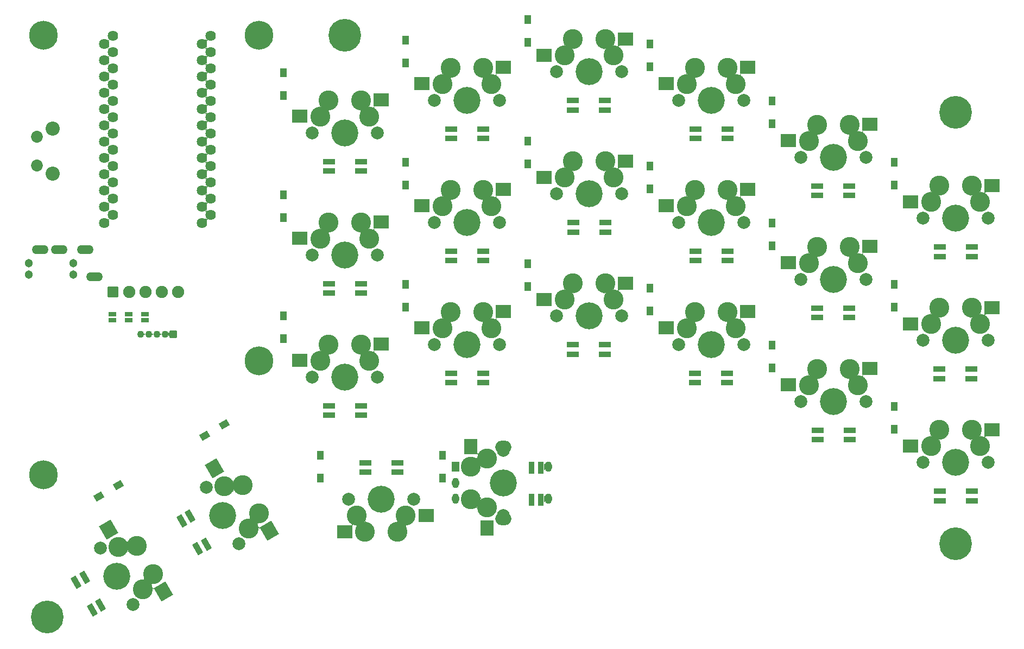
<source format=gbs>
%TF.GenerationSoftware,KiCad,Pcbnew,(6.0.5-0)*%
%TF.CreationDate,2022-10-31T01:20:07+09:00*%
%TF.ProjectId,silverbullet44,73696c76-6572-4627-956c-6c657434342e,rev?*%
%TF.SameCoordinates,Original*%
%TF.FileFunction,Soldermask,Bot*%
%TF.FilePolarity,Negative*%
%FSLAX46Y46*%
G04 Gerber Fmt 4.6, Leading zero omitted, Abs format (unit mm)*
G04 Created by KiCad (PCBNEW (6.0.5-0)) date 2022-10-31 01:20:07*
%MOMM*%
%LPD*%
G01*
G04 APERTURE LIST*
G04 Aperture macros list*
%AMRoundRect*
0 Rectangle with rounded corners*
0 $1 Rounding radius*
0 $2 $3 $4 $5 $6 $7 $8 $9 X,Y pos of 4 corners*
0 Add a 4 corners polygon primitive as box body*
4,1,4,$2,$3,$4,$5,$6,$7,$8,$9,$2,$3,0*
0 Add four circle primitives for the rounded corners*
1,1,$1+$1,$2,$3*
1,1,$1+$1,$4,$5*
1,1,$1+$1,$6,$7*
1,1,$1+$1,$8,$9*
0 Add four rect primitives between the rounded corners*
20,1,$1+$1,$2,$3,$4,$5,0*
20,1,$1+$1,$4,$5,$6,$7,0*
20,1,$1+$1,$6,$7,$8,$9,0*
20,1,$1+$1,$8,$9,$2,$3,0*%
G04 Aperture macros list end*
%ADD10C,1.302000*%
%ADD11O,2.602000X1.352000*%
%ADD12C,5.102000*%
%ADD13RoundRect,0.051000X-0.475000X0.650000X-0.475000X-0.650000X0.475000X-0.650000X0.475000X0.650000X0*%
%ADD14RoundRect,0.051000X0.325417X0.736362X-0.800417X0.086362X-0.325417X-0.736362X0.800417X-0.086362X0*%
%ADD15RoundRect,0.051000X-0.805070X0.574423X0.094930X-0.984423X0.805070X-0.574423X-0.094930X0.984423X0*%
%ADD16RoundRect,0.051000X-0.900000X-0.410000X0.900000X-0.410000X0.900000X0.410000X-0.900000X0.410000X0*%
%ADD17RoundRect,0.051000X-0.410000X0.900000X-0.410000X-0.900000X0.410000X-0.900000X0.410000X0.900000X0*%
%ADD18C,3.102000*%
%ADD19C,2.002000*%
%ADD20C,4.202000*%
%ADD21RoundRect,0.051000X1.150000X1.000000X-1.150000X1.000000X-1.150000X-1.000000X1.150000X-1.000000X0*%
%ADD22RoundRect,0.051000X1.441025X-0.495929X0.291025X1.495929X-1.441025X0.495929X-0.291025X-1.495929X0*%
%ADD23RoundRect,0.051000X-1.150000X-1.000000X1.150000X-1.000000X1.150000X1.000000X-1.150000X1.000000X0*%
%ADD24RoundRect,0.051000X-1.000000X1.150000X-1.000000X-1.150000X1.000000X-1.150000X1.000000X1.150000X0*%
%ADD25C,2.202000*%
%ADD26C,1.852000*%
%ADD27C,1.626000*%
%ADD28RoundRect,0.051000X0.762000X-0.762000X0.762000X0.762000X-0.762000X0.762000X-0.762000X-0.762000X0*%
%ADD29C,1.902000*%
%ADD30RoundRect,0.051000X0.500000X-0.500000X0.500000X0.500000X-0.500000X0.500000X-0.500000X-0.500000X0*%
%ADD31C,1.102000*%
%ADD32C,0.802000*%
%ADD33C,4.502000*%
%ADD34O,2.500000X2.000000*%
%ADD35RoundRect,0.051000X-0.500000X-0.750000X0.500000X-0.750000X0.500000X0.750000X-0.500000X0.750000X0*%
%ADD36O,1.102000X1.602000*%
%ADD37RoundRect,0.051000X-0.571500X0.317500X-0.571500X-0.317500X0.571500X-0.317500X0.571500X0.317500X0*%
G04 APERTURE END LIST*
D10*
X47847500Y-70358000D03*
X40847500Y-72108000D03*
X40847500Y-70358000D03*
X47847500Y-72108000D03*
D11*
X51147500Y-72458000D03*
X42647500Y-68258000D03*
X45647500Y-68258000D03*
X49647500Y-68258000D03*
D12*
X185397500Y-46863000D03*
D13*
X80622500Y-40643000D03*
X80622500Y-44193000D03*
X99672500Y-35563000D03*
X99672500Y-39113000D03*
X118722500Y-32388000D03*
X118722500Y-35938000D03*
X137772500Y-36198000D03*
X137772500Y-39748000D03*
X156822500Y-45088000D03*
X156822500Y-48638000D03*
X175872500Y-54613000D03*
X175872500Y-58163000D03*
X80622500Y-59693000D03*
X80622500Y-63243000D03*
X99672500Y-54613000D03*
X99672500Y-58163000D03*
X118722500Y-51308000D03*
X118722500Y-54858000D03*
X137772500Y-55248000D03*
X137772500Y-58798000D03*
X156822500Y-64138000D03*
X156822500Y-67688000D03*
X175872500Y-73663000D03*
X175872500Y-77213000D03*
X80622500Y-78613000D03*
X80622500Y-82163000D03*
X99672500Y-73663000D03*
X99672500Y-77213000D03*
X118722500Y-70488000D03*
X118722500Y-74038000D03*
X137772500Y-74298000D03*
X137772500Y-77848000D03*
X156822500Y-83188000D03*
X156822500Y-86738000D03*
X175872500Y-92713000D03*
X175872500Y-96263000D03*
D14*
X54854695Y-105030500D03*
X51780305Y-106805500D03*
X71364695Y-95505500D03*
X68290305Y-97280500D03*
D13*
X86337500Y-100333000D03*
X86337500Y-103883000D03*
X105387500Y-100333000D03*
X105387500Y-103883000D03*
D15*
X50765481Y-124460064D03*
X52064519Y-123710064D03*
X49564519Y-119379936D03*
X48265481Y-120129936D03*
D16*
X130770000Y-65520000D03*
X130770000Y-64020000D03*
X125770000Y-64020000D03*
X125770000Y-65520000D03*
D15*
X67252981Y-114935064D03*
X68552019Y-114185064D03*
X66052019Y-109854936D03*
X64752981Y-110604936D03*
D16*
X130747500Y-46470000D03*
X130747500Y-44970000D03*
X125747500Y-44970000D03*
X125747500Y-46470000D03*
X98385000Y-102985000D03*
X98385000Y-101485000D03*
X93385000Y-101485000D03*
X93385000Y-102985000D03*
X149820000Y-50915000D03*
X149820000Y-49415000D03*
X144820000Y-49415000D03*
X144820000Y-50915000D03*
X92670000Y-94095000D03*
X92670000Y-92595000D03*
X87670000Y-92595000D03*
X87670000Y-94095000D03*
X149820000Y-69965000D03*
X149820000Y-68465000D03*
X144820000Y-68465000D03*
X144820000Y-69965000D03*
X92670000Y-75045000D03*
X92670000Y-73545000D03*
X87670000Y-73545000D03*
X87670000Y-75045000D03*
X149797500Y-89015000D03*
X149797500Y-87515000D03*
X144797500Y-87515000D03*
X144797500Y-89015000D03*
X92670000Y-55995000D03*
X92670000Y-54495000D03*
X87670000Y-54495000D03*
X87670000Y-55995000D03*
X168870000Y-97905000D03*
X168870000Y-96405000D03*
X163870000Y-96405000D03*
X163870000Y-97905000D03*
X111720000Y-50915000D03*
X111720000Y-49415000D03*
X106720000Y-49415000D03*
X106720000Y-50915000D03*
X168847500Y-78855000D03*
X168847500Y-77355000D03*
X163847500Y-77355000D03*
X163847500Y-78855000D03*
X111720000Y-69965000D03*
X111720000Y-68465000D03*
X106720000Y-68465000D03*
X106720000Y-69965000D03*
X168847500Y-59805000D03*
X168847500Y-58305000D03*
X163847500Y-58305000D03*
X163847500Y-59805000D03*
X111720000Y-89015000D03*
X111720000Y-87515000D03*
X106720000Y-87515000D03*
X106720000Y-89015000D03*
X187920000Y-69330000D03*
X187920000Y-67830000D03*
X182920000Y-67830000D03*
X182920000Y-69330000D03*
D17*
X119242500Y-107275000D03*
X120742500Y-107275000D03*
X120742500Y-102275000D03*
X119242500Y-102275000D03*
D16*
X187897500Y-88380000D03*
X187897500Y-86880000D03*
X182897500Y-86880000D03*
X182897500Y-88380000D03*
X130747500Y-84570000D03*
X130747500Y-83070000D03*
X125747500Y-83070000D03*
X125747500Y-84570000D03*
X187920000Y-107430000D03*
X187920000Y-105930000D03*
X182920000Y-105930000D03*
X182920000Y-107430000D03*
D18*
X93957500Y-47497999D03*
D19*
X85067500Y-50038000D03*
D18*
X87607500Y-44958000D03*
X92687500Y-44958000D03*
D20*
X90147500Y-50038000D03*
D19*
X95227500Y-50038000D03*
D18*
X86337500Y-47498000D03*
D21*
X83147500Y-47458000D03*
X95847500Y-44918000D03*
D18*
X111737500Y-39878000D03*
X105387500Y-42418000D03*
D19*
X114277500Y-44958000D03*
D18*
X106657500Y-39878000D03*
D19*
X104117500Y-44958000D03*
D20*
X109197500Y-44958000D03*
D18*
X113007500Y-42417999D03*
D21*
X102197500Y-42378000D03*
X114897500Y-39838000D03*
D18*
X130787500Y-35433000D03*
D19*
X123167500Y-40513000D03*
D18*
X125707500Y-35433000D03*
X124437500Y-37973000D03*
X132057500Y-37972999D03*
D20*
X128247500Y-40513000D03*
D19*
X133327500Y-40513000D03*
D21*
X121247500Y-37933000D03*
X133947500Y-35393000D03*
D18*
X143487500Y-42418000D03*
D19*
X142217500Y-44958000D03*
D18*
X151107500Y-42417999D03*
D19*
X152377500Y-44958000D03*
D18*
X149837500Y-39878000D03*
D20*
X147297500Y-44958000D03*
D18*
X144757500Y-39878000D03*
D21*
X140297500Y-42378000D03*
X152997500Y-39838000D03*
D18*
X168887500Y-48768000D03*
X170157500Y-51307999D03*
D20*
X166347500Y-53848000D03*
D18*
X162537500Y-51308000D03*
D19*
X161267500Y-53848000D03*
X171427500Y-53848000D03*
D18*
X163807500Y-48768000D03*
D21*
X159347500Y-51268000D03*
X172047500Y-48728000D03*
D18*
X182857500Y-58293000D03*
D19*
X180317500Y-63373000D03*
D18*
X181587500Y-60833000D03*
X189207500Y-60832999D03*
X187937500Y-58293000D03*
D20*
X185397500Y-63373000D03*
D19*
X190477500Y-63373000D03*
D21*
X178397500Y-60793000D03*
X191097500Y-58253000D03*
D20*
X90147500Y-69088000D03*
D18*
X92687500Y-64008000D03*
D19*
X95227500Y-69088000D03*
X85067500Y-69088000D03*
D18*
X87607500Y-64008000D03*
X86337500Y-66548000D03*
X93957500Y-66547999D03*
D21*
X83147500Y-66508000D03*
X95847500Y-63968000D03*
D18*
X105387500Y-61468000D03*
X106657500Y-58928000D03*
D19*
X104117500Y-64008000D03*
D20*
X109197500Y-64008000D03*
D19*
X114277500Y-64008000D03*
D18*
X113007500Y-61467999D03*
X111737500Y-58928000D03*
D21*
X102197500Y-61428000D03*
X114897500Y-58888000D03*
D19*
X133327500Y-59563000D03*
X123167500Y-59563000D03*
D20*
X128247500Y-59563000D03*
D18*
X130787500Y-54483000D03*
X125707500Y-54483000D03*
X132057500Y-57022999D03*
X124437500Y-57023000D03*
D21*
X121247500Y-56983000D03*
X133947500Y-54443000D03*
D19*
X152377500Y-64008000D03*
D18*
X144757500Y-58928000D03*
D20*
X147297500Y-64008000D03*
D18*
X149837500Y-58928000D03*
X151107500Y-61467999D03*
X143487500Y-61468000D03*
D19*
X142217500Y-64008000D03*
D21*
X140297500Y-61428000D03*
X152997500Y-58888000D03*
D19*
X161267500Y-72898000D03*
D18*
X162537500Y-70358000D03*
D19*
X171427500Y-72898000D03*
D20*
X166347500Y-72898000D03*
D18*
X168887500Y-67818000D03*
X163807500Y-67818000D03*
X170157500Y-70357999D03*
D21*
X159347500Y-70318000D03*
X172047500Y-67778000D03*
D18*
X187937500Y-77343000D03*
D19*
X190477500Y-82423000D03*
D18*
X182857500Y-77343000D03*
X189207500Y-79882999D03*
X181587500Y-79883000D03*
D19*
X180317500Y-82423000D03*
D20*
X185397500Y-82423000D03*
D21*
X178397500Y-79843000D03*
X191097500Y-77303000D03*
D20*
X90147500Y-88138000D03*
D18*
X93957500Y-85597999D03*
D19*
X85067500Y-88138000D03*
D18*
X92687500Y-83058000D03*
X87607500Y-83058000D03*
X86337500Y-85598000D03*
D19*
X95227500Y-88138000D03*
D21*
X83147500Y-85558000D03*
X95847500Y-83018000D03*
D19*
X114277500Y-83058000D03*
D18*
X105387500Y-80518000D03*
X111737500Y-77978000D03*
D20*
X109197500Y-83058000D03*
D19*
X104117500Y-83058000D03*
D18*
X113007500Y-80517999D03*
X106657500Y-77978000D03*
D21*
X102197500Y-80478000D03*
X114897500Y-77938000D03*
D19*
X133327500Y-78613000D03*
D18*
X132057500Y-76072999D03*
X124437500Y-76073000D03*
D19*
X123167500Y-78613000D03*
D18*
X130787500Y-73533000D03*
X125707500Y-73533000D03*
D20*
X128247500Y-78613000D03*
D21*
X121247500Y-76033000D03*
X133947500Y-73493000D03*
D20*
X147297500Y-83058000D03*
D18*
X149837500Y-77978000D03*
X144757500Y-77978000D03*
X151107500Y-80517999D03*
D19*
X142217500Y-83058000D03*
X152377500Y-83058000D03*
D18*
X143487500Y-80518000D03*
D21*
X140297500Y-80478000D03*
X152997500Y-77938000D03*
D18*
X168887500Y-86868000D03*
X162537500Y-89408000D03*
X163807500Y-86868000D03*
D20*
X166347500Y-91948000D03*
D19*
X171427500Y-91948000D03*
D18*
X170157500Y-89407999D03*
D19*
X161267500Y-91948000D03*
D21*
X159347500Y-89368000D03*
X172047500Y-86828000D03*
D19*
X180317500Y-101473000D03*
D18*
X187937500Y-96393000D03*
D19*
X190477500Y-101473000D03*
D18*
X181587500Y-98933000D03*
X182857500Y-96393000D03*
D20*
X185397500Y-101473000D03*
D18*
X189207500Y-98932999D03*
D21*
X178397500Y-98893000D03*
X191097500Y-96353000D03*
D19*
X52047500Y-114853591D03*
D18*
X58692205Y-121282556D03*
D20*
X54587500Y-119253000D03*
D19*
X57127500Y-123652409D03*
D18*
X60256909Y-118912705D03*
X54882205Y-114683443D03*
X57716909Y-114513295D03*
D22*
X53321846Y-111900822D03*
X61871550Y-121629345D03*
D19*
X68557500Y-105328591D03*
D18*
X76766909Y-109387705D03*
D20*
X71097500Y-109728000D03*
D18*
X71392205Y-105158443D03*
X74226909Y-104988295D03*
D19*
X73637500Y-114127409D03*
D18*
X75202205Y-111757556D03*
D22*
X69831846Y-102375822D03*
X78381550Y-112104345D03*
D18*
X93322500Y-112268000D03*
D19*
X90782500Y-107188000D03*
D18*
X98402500Y-112268000D03*
D20*
X95862500Y-107188000D03*
D18*
X92052500Y-109728001D03*
D19*
X100942500Y-107188000D03*
D18*
X99672500Y-109728000D03*
D23*
X102862500Y-109768000D03*
X90162500Y-112308000D03*
D18*
X112372499Y-100838000D03*
D20*
X114912500Y-104648000D03*
D18*
X109832500Y-107188000D03*
D19*
X114912500Y-109728000D03*
D18*
X109832500Y-102108000D03*
D19*
X114912500Y-99568000D03*
D18*
X112372499Y-108458000D03*
D24*
X112332500Y-111648000D03*
X109792500Y-98948000D03*
D25*
X44631500Y-56368000D03*
X44631500Y-49358000D03*
D26*
X42141500Y-55118000D03*
X42141500Y-50618000D03*
D27*
X52682500Y-36195000D03*
X69228900Y-34925000D03*
X52682500Y-38735000D03*
X69228900Y-37465000D03*
X52682500Y-41275000D03*
X69228900Y-40005000D03*
X69228900Y-42545000D03*
X52682500Y-43815000D03*
X52682500Y-46355000D03*
X69228900Y-45085000D03*
X52682500Y-48895000D03*
X69228900Y-47625000D03*
X69228900Y-50165000D03*
X52682500Y-51435000D03*
X69228900Y-52705000D03*
X52682500Y-53975000D03*
X69228900Y-55245000D03*
X52682500Y-56515000D03*
X69228900Y-57785000D03*
X52682500Y-59055000D03*
X52682500Y-61595000D03*
X69228900Y-60325000D03*
X69228900Y-62865000D03*
X52682500Y-64135000D03*
X54008900Y-62865000D03*
X67922500Y-64135000D03*
X54008900Y-60325000D03*
X67922500Y-61595000D03*
X54008900Y-57785000D03*
X67922500Y-59055000D03*
X67922500Y-56515000D03*
X54008900Y-55245000D03*
X67922500Y-53975000D03*
X54008900Y-52705000D03*
X54008900Y-50165000D03*
X67922500Y-51435000D03*
X54008900Y-47625000D03*
X67922500Y-48895000D03*
X67922500Y-46355000D03*
X54008900Y-45085000D03*
X67922500Y-43815000D03*
X54008900Y-42545000D03*
X54008900Y-40005000D03*
X67922500Y-41275000D03*
X67922500Y-38735000D03*
X54008900Y-37465000D03*
X54008900Y-34925000D03*
X67922500Y-36195000D03*
D28*
X53967500Y-74843000D03*
D29*
X56507500Y-74843000D03*
X59047500Y-74843000D03*
X61587500Y-74843000D03*
X64127500Y-74843000D03*
D30*
X63365500Y-81447000D03*
D31*
X62095500Y-81447000D03*
X60825500Y-81447000D03*
X59555500Y-81447000D03*
X58285500Y-81447000D03*
D32*
X41990774Y-35964726D03*
X41507500Y-34798000D03*
X43157500Y-33148000D03*
X41990774Y-33631274D03*
X44324226Y-35964726D03*
X44807500Y-34798000D03*
D33*
X43157500Y-34798000D03*
D32*
X43157500Y-36448000D03*
X44324226Y-33631274D03*
D33*
X76812500Y-85598000D03*
D32*
X77979226Y-84431274D03*
X75162500Y-85598000D03*
X76812500Y-87248000D03*
X76812500Y-83948000D03*
X75645774Y-84431274D03*
X77979226Y-86764726D03*
X75645774Y-86764726D03*
X78462500Y-85598000D03*
D34*
X114912500Y-110248000D03*
X114912500Y-99048000D03*
D35*
X107412500Y-102148000D03*
D36*
X107412500Y-107148000D03*
X107412500Y-104648000D03*
X121912500Y-102148000D03*
X121912500Y-107148000D03*
D32*
X76812500Y-33148000D03*
X77979226Y-35964726D03*
X75645774Y-33631274D03*
X77979226Y-33631274D03*
X75162500Y-34798000D03*
X78462500Y-34798000D03*
X75645774Y-35964726D03*
D33*
X76812500Y-34798000D03*
D32*
X76812500Y-36448000D03*
D12*
X90147500Y-34798000D03*
X43792500Y-125603000D03*
X185397500Y-114173000D03*
D32*
X41507500Y-103378000D03*
X44324226Y-104544726D03*
X41990774Y-102211274D03*
X43157500Y-105028000D03*
D33*
X43157500Y-103378000D03*
D32*
X44324226Y-102211274D03*
X41990774Y-104544726D03*
X43157500Y-101728000D03*
X44807500Y-103378000D03*
D37*
X59032500Y-78287620D03*
X59032500Y-79288380D03*
X53952500Y-78287620D03*
X53952500Y-79288380D03*
X56492500Y-78287620D03*
X56492500Y-79288380D03*
G36*
X60219905Y-121014163D02*
G01*
X60252241Y-121072226D01*
X60313301Y-121104910D01*
X60382456Y-121099385D01*
X60403505Y-121086691D01*
X60405505Y-121086653D01*
X60406270Y-121087404D01*
X60406757Y-121088248D01*
X60406757Y-121090248D01*
X60406344Y-121090752D01*
X60391680Y-121103611D01*
X60383233Y-121120743D01*
X60381983Y-121139807D01*
X60388188Y-121158088D01*
X60475554Y-121309410D01*
X60475554Y-121311410D01*
X60473822Y-121312410D01*
X60472442Y-121311857D01*
X60421895Y-121263660D01*
X60353887Y-121250553D01*
X60289590Y-121276294D01*
X60249304Y-121332867D01*
X60243542Y-121357489D01*
X60232449Y-121444691D01*
X60231238Y-121446283D01*
X60229254Y-121446031D01*
X60228471Y-121444282D01*
X60241199Y-121282556D01*
X60222128Y-121040241D01*
X60216213Y-121015603D01*
X60216781Y-121013685D01*
X60218726Y-121013218D01*
X60219905Y-121014163D01*
G37*
G36*
X59988810Y-120436438D02*
G01*
X60014594Y-120442628D01*
X60213036Y-120458246D01*
X60214684Y-120459379D01*
X60214527Y-120461373D01*
X60213367Y-120462180D01*
X60151411Y-120477758D01*
X60104037Y-120528278D01*
X60091467Y-120596551D01*
X60099166Y-120628393D01*
X60132081Y-120713035D01*
X60131777Y-120715012D01*
X60129913Y-120715737D01*
X60128369Y-120714525D01*
X60072368Y-120579326D01*
X59986638Y-120439428D01*
X59986585Y-120437429D01*
X59988291Y-120436384D01*
X59988810Y-120436438D01*
G37*
G36*
X58814659Y-119466043D02*
G01*
X58876746Y-119615935D01*
X58962476Y-119755833D01*
X58962529Y-119757832D01*
X58960823Y-119758877D01*
X58960304Y-119758823D01*
X58934520Y-119752633D01*
X58738199Y-119737182D01*
X58736551Y-119736049D01*
X58736708Y-119734055D01*
X58737818Y-119733262D01*
X58800138Y-119715846D01*
X58846173Y-119664104D01*
X58856943Y-119595575D01*
X58843305Y-119553203D01*
X58838553Y-119544360D01*
X58838433Y-119544089D01*
X58810929Y-119467484D01*
X58811285Y-119465516D01*
X58813167Y-119464840D01*
X58814659Y-119466043D01*
G37*
G36*
X56336383Y-115215825D02*
G01*
X56336644Y-115216277D01*
X56336748Y-115216527D01*
X56450774Y-115402601D01*
X56450827Y-115404600D01*
X56449121Y-115405645D01*
X56447869Y-115405246D01*
X56398221Y-115367987D01*
X56329143Y-115362964D01*
X56268222Y-115396136D01*
X56253286Y-115417749D01*
X56251479Y-115418605D01*
X56250575Y-115418300D01*
X56189307Y-115513551D01*
X56187529Y-115514467D01*
X56185847Y-115513385D01*
X56185920Y-115511424D01*
X56262368Y-115386673D01*
X56332948Y-115216278D01*
X56334535Y-115215060D01*
X56336383Y-115215825D01*
G37*
G36*
X56354203Y-113779997D02*
G01*
X56354061Y-113781810D01*
X56336746Y-113810065D01*
X56266166Y-113980460D01*
X56264579Y-113981678D01*
X56262731Y-113980913D01*
X56262470Y-113980461D01*
X56262366Y-113980211D01*
X56148208Y-113793921D01*
X56148155Y-113791922D01*
X56149861Y-113790877D01*
X56151071Y-113791245D01*
X56206553Y-113830654D01*
X56275735Y-113833867D01*
X56335837Y-113799072D01*
X56350767Y-113779550D01*
X56352614Y-113778782D01*
X56354203Y-113779997D01*
G37*
G36*
X76729905Y-111489163D02*
G01*
X76762241Y-111547226D01*
X76823301Y-111579910D01*
X76892456Y-111574385D01*
X76913505Y-111561691D01*
X76915505Y-111561653D01*
X76916270Y-111562404D01*
X76916757Y-111563248D01*
X76916757Y-111565248D01*
X76916344Y-111565752D01*
X76901680Y-111578611D01*
X76893233Y-111595743D01*
X76891983Y-111614807D01*
X76898188Y-111633088D01*
X76985554Y-111784410D01*
X76985554Y-111786410D01*
X76983822Y-111787410D01*
X76982442Y-111786857D01*
X76931895Y-111738660D01*
X76863887Y-111725553D01*
X76799590Y-111751294D01*
X76759304Y-111807867D01*
X76753542Y-111832489D01*
X76742449Y-111919691D01*
X76741238Y-111921283D01*
X76739254Y-111921031D01*
X76738471Y-111919282D01*
X76751199Y-111757556D01*
X76732128Y-111515241D01*
X76726213Y-111490603D01*
X76726781Y-111488685D01*
X76728726Y-111488218D01*
X76729905Y-111489163D01*
G37*
G36*
X92052500Y-111276995D02*
G01*
X92139472Y-111270150D01*
X92141277Y-111271011D01*
X92141434Y-111273005D01*
X92141150Y-111273443D01*
X92069336Y-111357527D01*
X91983364Y-111497820D01*
X91981607Y-111498774D01*
X91979901Y-111497729D01*
X91979949Y-111495737D01*
X92002459Y-111458642D01*
X92020328Y-111391421D01*
X91999110Y-111325492D01*
X91945530Y-111281431D01*
X91902103Y-111271677D01*
X91876878Y-111270686D01*
X91876583Y-111270653D01*
X91845074Y-111264671D01*
X91843559Y-111263365D01*
X91843932Y-111261400D01*
X91845604Y-111260712D01*
X92052500Y-111276995D01*
G37*
G36*
X99824619Y-111266025D02*
G01*
X99824776Y-111268019D01*
X99823189Y-111269146D01*
X99814096Y-111270142D01*
X99749886Y-111296887D01*
X99710500Y-111353856D01*
X99708159Y-111423237D01*
X99720481Y-111453593D01*
X99737905Y-111484080D01*
X99737897Y-111486080D01*
X99736160Y-111487072D01*
X99734464Y-111486117D01*
X99655664Y-111357527D01*
X99583849Y-111273442D01*
X99583485Y-111271475D01*
X99585006Y-111270176D01*
X99585527Y-111270149D01*
X99672500Y-111276994D01*
X99822814Y-111265164D01*
X99824619Y-111266025D01*
G37*
G36*
X91189191Y-111010067D02*
G01*
X91349270Y-111108164D01*
X91524748Y-111180849D01*
X91525966Y-111182436D01*
X91525201Y-111184284D01*
X91523882Y-111184694D01*
X91458446Y-111181395D01*
X91398369Y-111215858D01*
X91366418Y-111277414D01*
X91366465Y-111307998D01*
X91365468Y-111309732D01*
X91364465Y-111310001D01*
X91363500Y-111310001D01*
X91361768Y-111309001D01*
X91361601Y-111308377D01*
X91361538Y-111308390D01*
X91357733Y-111289262D01*
X91347120Y-111273380D01*
X91331238Y-111262767D01*
X91312301Y-111259000D01*
X91140724Y-111259000D01*
X91138992Y-111258000D01*
X91138992Y-111256000D01*
X91140161Y-111255081D01*
X91207176Y-111235404D01*
X91252531Y-111183061D01*
X91262388Y-111114508D01*
X91233541Y-111051343D01*
X91213361Y-111032741D01*
X91186963Y-111013385D01*
X91186158Y-111011554D01*
X91187341Y-111009941D01*
X91189191Y-111010067D01*
G37*
G36*
X76498810Y-110911438D02*
G01*
X76524594Y-110917628D01*
X76723036Y-110933246D01*
X76724684Y-110934379D01*
X76724527Y-110936373D01*
X76723367Y-110937180D01*
X76661411Y-110952758D01*
X76614037Y-111003278D01*
X76601467Y-111071551D01*
X76609166Y-111103393D01*
X76642081Y-111188035D01*
X76641777Y-111190012D01*
X76639913Y-111190737D01*
X76638369Y-111189525D01*
X76582368Y-111054326D01*
X76496638Y-110914428D01*
X76496585Y-110912429D01*
X76498291Y-110911384D01*
X76498810Y-110911438D01*
G37*
G36*
X93424529Y-110450246D02*
G01*
X93424595Y-110452021D01*
X93417070Y-110468726D01*
X93416928Y-110468987D01*
X93375577Y-110533273D01*
X93355953Y-110600007D01*
X93375439Y-110666468D01*
X93427883Y-110711947D01*
X93459234Y-110721478D01*
X93510130Y-110729767D01*
X93511679Y-110731032D01*
X93511358Y-110733006D01*
X93509652Y-110733735D01*
X93322500Y-110719006D01*
X93235528Y-110725851D01*
X93233723Y-110724990D01*
X93233566Y-110722996D01*
X93233850Y-110722558D01*
X93305664Y-110638474D01*
X93421066Y-110450155D01*
X93422823Y-110449201D01*
X93424529Y-110450246D01*
G37*
G36*
X98331328Y-110494857D02*
G01*
X98419336Y-110638473D01*
X98491151Y-110722558D01*
X98491515Y-110724525D01*
X98489994Y-110725824D01*
X98489473Y-110725851D01*
X98402500Y-110719006D01*
X98234580Y-110732222D01*
X98232775Y-110731361D01*
X98232618Y-110729367D01*
X98234153Y-110728246D01*
X98261372Y-110724541D01*
X98324858Y-110696125D01*
X98362739Y-110638145D01*
X98363263Y-110568698D01*
X98353369Y-110544321D01*
X98327861Y-110496849D01*
X98327922Y-110494850D01*
X98329684Y-110493903D01*
X98331328Y-110494857D01*
G37*
G36*
X75324659Y-109941043D02*
G01*
X75386746Y-110090935D01*
X75472476Y-110230833D01*
X75472529Y-110232832D01*
X75470823Y-110233877D01*
X75470304Y-110233823D01*
X75444520Y-110227633D01*
X75248199Y-110212182D01*
X75246551Y-110211049D01*
X75246708Y-110209055D01*
X75247818Y-110208262D01*
X75310138Y-110190846D01*
X75356173Y-110139104D01*
X75366943Y-110070575D01*
X75353305Y-110028203D01*
X75348553Y-110019360D01*
X75348433Y-110019089D01*
X75320929Y-109942484D01*
X75321285Y-109940516D01*
X75323167Y-109939840D01*
X75324659Y-109941043D01*
G37*
G36*
X110830323Y-108370507D02*
G01*
X110830350Y-108371028D01*
X110823505Y-108458000D01*
X110840310Y-108671524D01*
X110839449Y-108673329D01*
X110837455Y-108673486D01*
X110836354Y-108672071D01*
X110831440Y-108647368D01*
X110831404Y-108647074D01*
X110829479Y-108606996D01*
X110806702Y-108541274D01*
X110752243Y-108498483D01*
X110683187Y-108491918D01*
X110641729Y-108508116D01*
X110549567Y-108565148D01*
X110549305Y-108565285D01*
X110545081Y-108567100D01*
X110543094Y-108566865D01*
X110542305Y-108565027D01*
X110543246Y-108563557D01*
X110742973Y-108441164D01*
X110827057Y-108369350D01*
X110829024Y-108368986D01*
X110830323Y-108370507D01*
G37*
G36*
X121205419Y-106561266D02*
G01*
X121225095Y-106628278D01*
X121277438Y-106673633D01*
X121345991Y-106683490D01*
X121409147Y-106654647D01*
X121429202Y-106632449D01*
X121457036Y-106592844D01*
X121458850Y-106592002D01*
X121460486Y-106593152D01*
X121460372Y-106595048D01*
X121410981Y-106674709D01*
X121369391Y-106817864D01*
X121363500Y-106898078D01*
X121363500Y-107397868D01*
X121383740Y-107545629D01*
X121434814Y-107663653D01*
X121434584Y-107665639D01*
X121432748Y-107666434D01*
X121431330Y-107665580D01*
X121430028Y-107663686D01*
X121376078Y-107619785D01*
X121307251Y-107612054D01*
X121245172Y-107642760D01*
X121209462Y-107702297D01*
X121205484Y-107733371D01*
X121204272Y-107734962D01*
X121202288Y-107734708D01*
X121201500Y-107733117D01*
X121201500Y-106561829D01*
X121202500Y-106560097D01*
X121204500Y-106560097D01*
X121205419Y-106561266D01*
G37*
G36*
X111367060Y-106953876D02*
G01*
X111368075Y-106958361D01*
X111368119Y-106958654D01*
X111374330Y-107042238D01*
X111398817Y-107107341D01*
X111454376Y-107148692D01*
X111523582Y-107153448D01*
X111564598Y-107136173D01*
X111619630Y-107100093D01*
X111619890Y-107099950D01*
X111642767Y-107089404D01*
X111644758Y-107089587D01*
X111645596Y-107091403D01*
X111644649Y-107092925D01*
X111462026Y-107204836D01*
X111377942Y-107276650D01*
X111375975Y-107277014D01*
X111374676Y-107275493D01*
X111374649Y-107274972D01*
X111381494Y-107188000D01*
X111363115Y-106954474D01*
X111363976Y-106952669D01*
X111365970Y-106952512D01*
X111367060Y-106953876D01*
G37*
G36*
X72846383Y-105690825D02*
G01*
X72846644Y-105691277D01*
X72846748Y-105691527D01*
X72960774Y-105877601D01*
X72960827Y-105879600D01*
X72959121Y-105880645D01*
X72957869Y-105880246D01*
X72908221Y-105842987D01*
X72839143Y-105837964D01*
X72778222Y-105871136D01*
X72763286Y-105892749D01*
X72761479Y-105893605D01*
X72760575Y-105893300D01*
X72699307Y-105988551D01*
X72697529Y-105989467D01*
X72695847Y-105988385D01*
X72695920Y-105986424D01*
X72772368Y-105861673D01*
X72842948Y-105691278D01*
X72844535Y-105690060D01*
X72846383Y-105690825D01*
G37*
G36*
X72864203Y-104254997D02*
G01*
X72864061Y-104256810D01*
X72846746Y-104285065D01*
X72776166Y-104455460D01*
X72774579Y-104456678D01*
X72772731Y-104455913D01*
X72772470Y-104455461D01*
X72772366Y-104455211D01*
X72658208Y-104268921D01*
X72658155Y-104266922D01*
X72659861Y-104265877D01*
X72661071Y-104266245D01*
X72716553Y-104305654D01*
X72785735Y-104308867D01*
X72845837Y-104274072D01*
X72860767Y-104254550D01*
X72862614Y-104253782D01*
X72864203Y-104254997D01*
G37*
G36*
X121205419Y-101561266D02*
G01*
X121225095Y-101628278D01*
X121277438Y-101673633D01*
X121345991Y-101683490D01*
X121409147Y-101654647D01*
X121429202Y-101632449D01*
X121457036Y-101592844D01*
X121458850Y-101592002D01*
X121460486Y-101593152D01*
X121460372Y-101595048D01*
X121410981Y-101674709D01*
X121369391Y-101817864D01*
X121363500Y-101898078D01*
X121363500Y-102397868D01*
X121383740Y-102545629D01*
X121434814Y-102663653D01*
X121434584Y-102665639D01*
X121432748Y-102666434D01*
X121431330Y-102665580D01*
X121430028Y-102663686D01*
X121376078Y-102619785D01*
X121307251Y-102612054D01*
X121245172Y-102642760D01*
X121209462Y-102702297D01*
X121205484Y-102733371D01*
X121204272Y-102734962D01*
X121202288Y-102734708D01*
X121201500Y-102733117D01*
X121201500Y-101561829D01*
X121202500Y-101560097D01*
X121204500Y-101560097D01*
X121205419Y-101561266D01*
G37*
G36*
X111377942Y-102019350D02*
G01*
X111462026Y-102091164D01*
X111611058Y-102182491D01*
X111612012Y-102184248D01*
X111610967Y-102185954D01*
X111609082Y-102185966D01*
X111554773Y-102157393D01*
X111486583Y-102143660D01*
X111422073Y-102168865D01*
X111381320Y-102225097D01*
X111375218Y-102250692D01*
X111372743Y-102270145D01*
X111371532Y-102271737D01*
X111369548Y-102271485D01*
X111368765Y-102269736D01*
X111381494Y-102108000D01*
X111374649Y-102021028D01*
X111375510Y-102019223D01*
X111377504Y-102019066D01*
X111377942Y-102019350D01*
G37*
G36*
X110834158Y-100690361D02*
G01*
X110834984Y-100692141D01*
X110823505Y-100838000D01*
X110830350Y-100924972D01*
X110829489Y-100926777D01*
X110827495Y-100926934D01*
X110827057Y-100926650D01*
X110742973Y-100854836D01*
X110577294Y-100753308D01*
X110576340Y-100751551D01*
X110577385Y-100749845D01*
X110579224Y-100749809D01*
X110620401Y-100770115D01*
X110620656Y-100770266D01*
X110638073Y-100782348D01*
X110704079Y-100804290D01*
X110771182Y-100787135D01*
X110818430Y-100736348D01*
X110830818Y-100693593D01*
X110831000Y-100691784D01*
X110832168Y-100690161D01*
X110834158Y-100690361D01*
G37*
G36*
X110845419Y-99929344D02*
G01*
X110865096Y-99996359D01*
X110917439Y-100041714D01*
X110985992Y-100051571D01*
X111049117Y-100022742D01*
X111073731Y-99993586D01*
X111108377Y-99936489D01*
X111108549Y-99936248D01*
X111111492Y-99932709D01*
X111113369Y-99932017D01*
X111114906Y-99933296D01*
X111114735Y-99935033D01*
X110992336Y-100134770D01*
X110902694Y-100351184D01*
X110901107Y-100352402D01*
X110899259Y-100351637D01*
X110898908Y-100349927D01*
X110900039Y-100345475D01*
X110900133Y-100345194D01*
X110910305Y-100320938D01*
X110918043Y-100251808D01*
X110887313Y-100189743D01*
X110827847Y-100154109D01*
X110792441Y-100153084D01*
X110790739Y-100152034D01*
X110790499Y-100151085D01*
X110790499Y-100149000D01*
X110791499Y-100147268D01*
X110792123Y-100147101D01*
X110792110Y-100147038D01*
X110811238Y-100143233D01*
X110827120Y-100132620D01*
X110837733Y-100116738D01*
X110841500Y-100097801D01*
X110841500Y-99929907D01*
X110842500Y-99928175D01*
X110844500Y-99928175D01*
X110845419Y-99929344D01*
G37*
G36*
X187937500Y-97941994D02*
G01*
X188024472Y-97935149D01*
X188026277Y-97936010D01*
X188026434Y-97938004D01*
X188026150Y-97938442D01*
X187954336Y-98022526D01*
X187868364Y-98162819D01*
X187866607Y-98163773D01*
X187864901Y-98162728D01*
X187864949Y-98160736D01*
X187887459Y-98123641D01*
X187905328Y-98056420D01*
X187884110Y-97990491D01*
X187830530Y-97946430D01*
X187787103Y-97936676D01*
X187761878Y-97935685D01*
X187761583Y-97935652D01*
X187730074Y-97929670D01*
X187728559Y-97928364D01*
X187728932Y-97926399D01*
X187730604Y-97925711D01*
X187937500Y-97941994D01*
G37*
G36*
X183009619Y-97931025D02*
G01*
X183009776Y-97933019D01*
X183008189Y-97934146D01*
X182999096Y-97935142D01*
X182934886Y-97961887D01*
X182895500Y-98018856D01*
X182893159Y-98088237D01*
X182905481Y-98118593D01*
X182922905Y-98149080D01*
X182922897Y-98151080D01*
X182921160Y-98152072D01*
X182919464Y-98151117D01*
X182840664Y-98022527D01*
X182768849Y-97938442D01*
X182768485Y-97936475D01*
X182770006Y-97935176D01*
X182770527Y-97935149D01*
X182857500Y-97941994D01*
X183007814Y-97930164D01*
X183009619Y-97931025D01*
G37*
G36*
X189898232Y-97351999D02*
G01*
X189898399Y-97352623D01*
X189898462Y-97352610D01*
X189902267Y-97371738D01*
X189912880Y-97387620D01*
X189928762Y-97398233D01*
X189947699Y-97402000D01*
X190115923Y-97402000D01*
X190117655Y-97403000D01*
X190117655Y-97405000D01*
X190116486Y-97405919D01*
X190049471Y-97425596D01*
X190004116Y-97477939D01*
X189994259Y-97546492D01*
X190023101Y-97609646D01*
X190045917Y-97630132D01*
X190056539Y-97637501D01*
X190057392Y-97639310D01*
X190056252Y-97640953D01*
X190054354Y-97640849D01*
X189910730Y-97552836D01*
X189734655Y-97479903D01*
X189733437Y-97478316D01*
X189734202Y-97476468D01*
X189735468Y-97476056D01*
X189804458Y-97477726D01*
X189863610Y-97441702D01*
X189893946Y-97379316D01*
X189893560Y-97353028D01*
X189894535Y-97351282D01*
X189895560Y-97350999D01*
X189896500Y-97350999D01*
X189898232Y-97351999D01*
G37*
G36*
X189309529Y-97115245D02*
G01*
X189309595Y-97117020D01*
X189302070Y-97133725D01*
X189301928Y-97133986D01*
X189260577Y-97198272D01*
X189240953Y-97265006D01*
X189260439Y-97331467D01*
X189312883Y-97376946D01*
X189344234Y-97386477D01*
X189395130Y-97394766D01*
X189396679Y-97396031D01*
X189396358Y-97398005D01*
X189394652Y-97398734D01*
X189207500Y-97384005D01*
X189120528Y-97390850D01*
X189118723Y-97389989D01*
X189118566Y-97387995D01*
X189118850Y-97387557D01*
X189190664Y-97303473D01*
X189306066Y-97115154D01*
X189307823Y-97114200D01*
X189309529Y-97115245D01*
G37*
G36*
X181516328Y-97159857D02*
G01*
X181604336Y-97303473D01*
X181676151Y-97387558D01*
X181676515Y-97389525D01*
X181674994Y-97390824D01*
X181674473Y-97390851D01*
X181587500Y-97384006D01*
X181419580Y-97397222D01*
X181417775Y-97396361D01*
X181417618Y-97394367D01*
X181419153Y-97393246D01*
X181446372Y-97389541D01*
X181509858Y-97361125D01*
X181547739Y-97303145D01*
X181548263Y-97233698D01*
X181538369Y-97209321D01*
X181512861Y-97161849D01*
X181512922Y-97159850D01*
X181514684Y-97158903D01*
X181516328Y-97159857D01*
G37*
G36*
X168887500Y-88416994D02*
G01*
X168974472Y-88410149D01*
X168976277Y-88411010D01*
X168976434Y-88413004D01*
X168976150Y-88413442D01*
X168904336Y-88497526D01*
X168818364Y-88637819D01*
X168816607Y-88638773D01*
X168814901Y-88637728D01*
X168814949Y-88635736D01*
X168837459Y-88598641D01*
X168855328Y-88531420D01*
X168834110Y-88465491D01*
X168780530Y-88421430D01*
X168737103Y-88411676D01*
X168711878Y-88410685D01*
X168711583Y-88410652D01*
X168680074Y-88404670D01*
X168678559Y-88403364D01*
X168678932Y-88401399D01*
X168680604Y-88400711D01*
X168887500Y-88416994D01*
G37*
G36*
X163959619Y-88406025D02*
G01*
X163959776Y-88408019D01*
X163958189Y-88409146D01*
X163949096Y-88410142D01*
X163884886Y-88436887D01*
X163845500Y-88493856D01*
X163843159Y-88563237D01*
X163855481Y-88593593D01*
X163872905Y-88624080D01*
X163872897Y-88626080D01*
X163871160Y-88627072D01*
X163869464Y-88626117D01*
X163790664Y-88497527D01*
X163718849Y-88413442D01*
X163718485Y-88411475D01*
X163720006Y-88410176D01*
X163720527Y-88410149D01*
X163807500Y-88416994D01*
X163957814Y-88405164D01*
X163959619Y-88406025D01*
G37*
G36*
X170848232Y-87826999D02*
G01*
X170848399Y-87827623D01*
X170848462Y-87827610D01*
X170852267Y-87846738D01*
X170862880Y-87862620D01*
X170878762Y-87873233D01*
X170897699Y-87877000D01*
X171065923Y-87877000D01*
X171067655Y-87878000D01*
X171067655Y-87880000D01*
X171066486Y-87880919D01*
X170999471Y-87900596D01*
X170954116Y-87952939D01*
X170944259Y-88021492D01*
X170973101Y-88084646D01*
X170995917Y-88105132D01*
X171006539Y-88112501D01*
X171007392Y-88114310D01*
X171006252Y-88115953D01*
X171004354Y-88115849D01*
X170860730Y-88027836D01*
X170684655Y-87954903D01*
X170683437Y-87953316D01*
X170684202Y-87951468D01*
X170685468Y-87951056D01*
X170754458Y-87952726D01*
X170813610Y-87916702D01*
X170843946Y-87854316D01*
X170843560Y-87828028D01*
X170844535Y-87826282D01*
X170845560Y-87825999D01*
X170846500Y-87825999D01*
X170848232Y-87826999D01*
G37*
G36*
X170259529Y-87590245D02*
G01*
X170259595Y-87592020D01*
X170252070Y-87608725D01*
X170251928Y-87608986D01*
X170210577Y-87673272D01*
X170190953Y-87740006D01*
X170210439Y-87806467D01*
X170262883Y-87851946D01*
X170294234Y-87861477D01*
X170345130Y-87869766D01*
X170346679Y-87871031D01*
X170346358Y-87873005D01*
X170344652Y-87873734D01*
X170157500Y-87859005D01*
X170070528Y-87865850D01*
X170068723Y-87864989D01*
X170068566Y-87862995D01*
X170068850Y-87862557D01*
X170140664Y-87778473D01*
X170256066Y-87590154D01*
X170257823Y-87589200D01*
X170259529Y-87590245D01*
G37*
G36*
X162466328Y-87634857D02*
G01*
X162554336Y-87778473D01*
X162626151Y-87862558D01*
X162626515Y-87864525D01*
X162624994Y-87865824D01*
X162624473Y-87865851D01*
X162537500Y-87859006D01*
X162369580Y-87872222D01*
X162367775Y-87871361D01*
X162367618Y-87869367D01*
X162369153Y-87868246D01*
X162396372Y-87864541D01*
X162459858Y-87836125D01*
X162497739Y-87778145D01*
X162498263Y-87708698D01*
X162488369Y-87684321D01*
X162462861Y-87636849D01*
X162462922Y-87634850D01*
X162464684Y-87633903D01*
X162466328Y-87634857D01*
G37*
G36*
X92687500Y-84606994D02*
G01*
X92774472Y-84600149D01*
X92776277Y-84601010D01*
X92776434Y-84603004D01*
X92776150Y-84603442D01*
X92704336Y-84687526D01*
X92618364Y-84827819D01*
X92616607Y-84828773D01*
X92614901Y-84827728D01*
X92614949Y-84825736D01*
X92637459Y-84788641D01*
X92655328Y-84721420D01*
X92634110Y-84655491D01*
X92580530Y-84611430D01*
X92537103Y-84601676D01*
X92511878Y-84600685D01*
X92511583Y-84600652D01*
X92480074Y-84594670D01*
X92478559Y-84593364D01*
X92478932Y-84591399D01*
X92480604Y-84590711D01*
X92687500Y-84606994D01*
G37*
G36*
X87759619Y-84596025D02*
G01*
X87759776Y-84598019D01*
X87758189Y-84599146D01*
X87749096Y-84600142D01*
X87684886Y-84626887D01*
X87645500Y-84683856D01*
X87643159Y-84753237D01*
X87655481Y-84783593D01*
X87672905Y-84814080D01*
X87672897Y-84816080D01*
X87671160Y-84817072D01*
X87669464Y-84816117D01*
X87590664Y-84687527D01*
X87518849Y-84603442D01*
X87518485Y-84601475D01*
X87520006Y-84600176D01*
X87520527Y-84600149D01*
X87607500Y-84606994D01*
X87757814Y-84595164D01*
X87759619Y-84596025D01*
G37*
G36*
X94648232Y-84016999D02*
G01*
X94648399Y-84017623D01*
X94648462Y-84017610D01*
X94652267Y-84036738D01*
X94662880Y-84052620D01*
X94678762Y-84063233D01*
X94697699Y-84067000D01*
X94865923Y-84067000D01*
X94867655Y-84068000D01*
X94867655Y-84070000D01*
X94866486Y-84070919D01*
X94799471Y-84090596D01*
X94754116Y-84142939D01*
X94744259Y-84211492D01*
X94773101Y-84274646D01*
X94795917Y-84295132D01*
X94806539Y-84302501D01*
X94807392Y-84304310D01*
X94806252Y-84305953D01*
X94804354Y-84305849D01*
X94660730Y-84217836D01*
X94484655Y-84144903D01*
X94483437Y-84143316D01*
X94484202Y-84141468D01*
X94485468Y-84141056D01*
X94554458Y-84142726D01*
X94613610Y-84106702D01*
X94643946Y-84044316D01*
X94643560Y-84018028D01*
X94644535Y-84016282D01*
X94645560Y-84015999D01*
X94646500Y-84015999D01*
X94648232Y-84016999D01*
G37*
G36*
X94059529Y-83780245D02*
G01*
X94059595Y-83782020D01*
X94052070Y-83798725D01*
X94051928Y-83798986D01*
X94010577Y-83863272D01*
X93990953Y-83930006D01*
X94010439Y-83996467D01*
X94062883Y-84041946D01*
X94094234Y-84051477D01*
X94145130Y-84059766D01*
X94146679Y-84061031D01*
X94146358Y-84063005D01*
X94144652Y-84063734D01*
X93957500Y-84049005D01*
X93870528Y-84055850D01*
X93868723Y-84054989D01*
X93868566Y-84052995D01*
X93868850Y-84052557D01*
X93940664Y-83968473D01*
X94056066Y-83780154D01*
X94057823Y-83779200D01*
X94059529Y-83780245D01*
G37*
G36*
X86266328Y-83824857D02*
G01*
X86354336Y-83968473D01*
X86426151Y-84052558D01*
X86426515Y-84054525D01*
X86424994Y-84055824D01*
X86424473Y-84055851D01*
X86337500Y-84049006D01*
X86169580Y-84062222D01*
X86167775Y-84061361D01*
X86167618Y-84059367D01*
X86169153Y-84058246D01*
X86196372Y-84054541D01*
X86259858Y-84026125D01*
X86297739Y-83968145D01*
X86298263Y-83898698D01*
X86288369Y-83874321D01*
X86262861Y-83826849D01*
X86262922Y-83824850D01*
X86264684Y-83823903D01*
X86266328Y-83824857D01*
G37*
G36*
X62815712Y-81124842D02*
G01*
X62816500Y-81126433D01*
X62816500Y-81768633D01*
X62815500Y-81770365D01*
X62813500Y-81770365D01*
X62812581Y-81769196D01*
X62792905Y-81702184D01*
X62740562Y-81656829D01*
X62672009Y-81646972D01*
X62608962Y-81675765D01*
X62590014Y-81702331D01*
X62588194Y-81703161D01*
X62587219Y-81702794D01*
X62586829Y-81702514D01*
X62577944Y-81714878D01*
X62576121Y-81715701D01*
X62574497Y-81714534D01*
X62574472Y-81712946D01*
X62625776Y-81589087D01*
X62644483Y-81447000D01*
X62625776Y-81304913D01*
X62576717Y-81186473D01*
X62576978Y-81184490D01*
X62578826Y-81183725D01*
X62580213Y-81184575D01*
X62587972Y-81195864D01*
X62641922Y-81239765D01*
X62710749Y-81247496D01*
X62772828Y-81216790D01*
X62808538Y-81157253D01*
X62812516Y-81126179D01*
X62813728Y-81124588D01*
X62815712Y-81124842D01*
G37*
G36*
X61347626Y-81274952D02*
G01*
X61387129Y-81327254D01*
X61452126Y-81351179D01*
X61519736Y-81336167D01*
X61568469Y-81287016D01*
X61570398Y-81286490D01*
X61571819Y-81287898D01*
X61571737Y-81289189D01*
X61565224Y-81304913D01*
X61546517Y-81447000D01*
X61565224Y-81589087D01*
X61577186Y-81617967D01*
X61576925Y-81619950D01*
X61575077Y-81620715D01*
X61573730Y-81619921D01*
X61535162Y-81567731D01*
X61470421Y-81543125D01*
X61402656Y-81557428D01*
X61353213Y-81606262D01*
X61351480Y-81609906D01*
X61349833Y-81611041D01*
X61348027Y-81610182D01*
X61347826Y-81608282D01*
X61355776Y-81589087D01*
X61374483Y-81447000D01*
X61355776Y-81304913D01*
X61344182Y-81276922D01*
X61344443Y-81274939D01*
X61346291Y-81274174D01*
X61347626Y-81274952D01*
G37*
G36*
X60077626Y-81274952D02*
G01*
X60117129Y-81327254D01*
X60182126Y-81351179D01*
X60249736Y-81336167D01*
X60298469Y-81287016D01*
X60300398Y-81286490D01*
X60301819Y-81287898D01*
X60301737Y-81289189D01*
X60295224Y-81304913D01*
X60276517Y-81447000D01*
X60295224Y-81589087D01*
X60307186Y-81617967D01*
X60306925Y-81619950D01*
X60305077Y-81620715D01*
X60303730Y-81619921D01*
X60265162Y-81567731D01*
X60200421Y-81543125D01*
X60132656Y-81557428D01*
X60083213Y-81606262D01*
X60081480Y-81609906D01*
X60079833Y-81611041D01*
X60078027Y-81610182D01*
X60077826Y-81608282D01*
X60085776Y-81589087D01*
X60104483Y-81447000D01*
X60085776Y-81304913D01*
X60074182Y-81276922D01*
X60074443Y-81274939D01*
X60076291Y-81274174D01*
X60077626Y-81274952D01*
G37*
G36*
X58807626Y-81274952D02*
G01*
X58847129Y-81327254D01*
X58912126Y-81351179D01*
X58979736Y-81336167D01*
X59028469Y-81287016D01*
X59030398Y-81286490D01*
X59031819Y-81287898D01*
X59031737Y-81289189D01*
X59025224Y-81304913D01*
X59006517Y-81447000D01*
X59025224Y-81589087D01*
X59037186Y-81617967D01*
X59036925Y-81619950D01*
X59035077Y-81620715D01*
X59033730Y-81619921D01*
X58995162Y-81567731D01*
X58930421Y-81543125D01*
X58862656Y-81557428D01*
X58813213Y-81606262D01*
X58811480Y-81609906D01*
X58809833Y-81611041D01*
X58808027Y-81610182D01*
X58807826Y-81608282D01*
X58815776Y-81589087D01*
X58834483Y-81447000D01*
X58815776Y-81304913D01*
X58804182Y-81276922D01*
X58804443Y-81274939D01*
X58806291Y-81274174D01*
X58807626Y-81274952D01*
G37*
G36*
X111737500Y-79526994D02*
G01*
X111824472Y-79520149D01*
X111826277Y-79521010D01*
X111826434Y-79523004D01*
X111826150Y-79523442D01*
X111754336Y-79607526D01*
X111668364Y-79747819D01*
X111666607Y-79748773D01*
X111664901Y-79747728D01*
X111664949Y-79745736D01*
X111687459Y-79708641D01*
X111705328Y-79641420D01*
X111684110Y-79575491D01*
X111630530Y-79531430D01*
X111587103Y-79521676D01*
X111561878Y-79520685D01*
X111561583Y-79520652D01*
X111530074Y-79514670D01*
X111528559Y-79513364D01*
X111528932Y-79511399D01*
X111530604Y-79510711D01*
X111737500Y-79526994D01*
G37*
G36*
X149837500Y-79526994D02*
G01*
X149924472Y-79520149D01*
X149926277Y-79521010D01*
X149926434Y-79523004D01*
X149926150Y-79523442D01*
X149854336Y-79607526D01*
X149768364Y-79747819D01*
X149766607Y-79748773D01*
X149764901Y-79747728D01*
X149764949Y-79745736D01*
X149787459Y-79708641D01*
X149805328Y-79641420D01*
X149784110Y-79575491D01*
X149730530Y-79531430D01*
X149687103Y-79521676D01*
X149661878Y-79520685D01*
X149661583Y-79520652D01*
X149630074Y-79514670D01*
X149628559Y-79513364D01*
X149628932Y-79511399D01*
X149630604Y-79510711D01*
X149837500Y-79526994D01*
G37*
G36*
X144909619Y-79516025D02*
G01*
X144909776Y-79518019D01*
X144908189Y-79519146D01*
X144899096Y-79520142D01*
X144834886Y-79546887D01*
X144795500Y-79603856D01*
X144793159Y-79673237D01*
X144805481Y-79703593D01*
X144822905Y-79734080D01*
X144822897Y-79736080D01*
X144821160Y-79737072D01*
X144819464Y-79736117D01*
X144740664Y-79607527D01*
X144668849Y-79523442D01*
X144668485Y-79521475D01*
X144670006Y-79520176D01*
X144670527Y-79520149D01*
X144757500Y-79526994D01*
X144907814Y-79515164D01*
X144909619Y-79516025D01*
G37*
G36*
X106809619Y-79516025D02*
G01*
X106809776Y-79518019D01*
X106808189Y-79519146D01*
X106799096Y-79520142D01*
X106734886Y-79546887D01*
X106695500Y-79603856D01*
X106693159Y-79673237D01*
X106705481Y-79703593D01*
X106722905Y-79734080D01*
X106722897Y-79736080D01*
X106721160Y-79737072D01*
X106719464Y-79736117D01*
X106640664Y-79607527D01*
X106568849Y-79523442D01*
X106568485Y-79521475D01*
X106570006Y-79520176D01*
X106570527Y-79520149D01*
X106657500Y-79526994D01*
X106807814Y-79515164D01*
X106809619Y-79516025D01*
G37*
G36*
X113698232Y-78936999D02*
G01*
X113698399Y-78937623D01*
X113698462Y-78937610D01*
X113702267Y-78956738D01*
X113712880Y-78972620D01*
X113728762Y-78983233D01*
X113747699Y-78987000D01*
X113915923Y-78987000D01*
X113917655Y-78988000D01*
X113917655Y-78990000D01*
X113916486Y-78990919D01*
X113849471Y-79010596D01*
X113804116Y-79062939D01*
X113794259Y-79131492D01*
X113823101Y-79194646D01*
X113845917Y-79215132D01*
X113856539Y-79222501D01*
X113857392Y-79224310D01*
X113856252Y-79225953D01*
X113854354Y-79225849D01*
X113710730Y-79137836D01*
X113534655Y-79064903D01*
X113533437Y-79063316D01*
X113534202Y-79061468D01*
X113535468Y-79061056D01*
X113604458Y-79062726D01*
X113663610Y-79026702D01*
X113693946Y-78964316D01*
X113693560Y-78938028D01*
X113694535Y-78936282D01*
X113695560Y-78935999D01*
X113696500Y-78935999D01*
X113698232Y-78936999D01*
G37*
G36*
X151798232Y-78936999D02*
G01*
X151798399Y-78937623D01*
X151798462Y-78937610D01*
X151802267Y-78956738D01*
X151812880Y-78972620D01*
X151828762Y-78983233D01*
X151847699Y-78987000D01*
X152015923Y-78987000D01*
X152017655Y-78988000D01*
X152017655Y-78990000D01*
X152016486Y-78990919D01*
X151949471Y-79010596D01*
X151904116Y-79062939D01*
X151894259Y-79131492D01*
X151923101Y-79194646D01*
X151945917Y-79215132D01*
X151956539Y-79222501D01*
X151957392Y-79224310D01*
X151956252Y-79225953D01*
X151954354Y-79225849D01*
X151810730Y-79137836D01*
X151634655Y-79064903D01*
X151633437Y-79063316D01*
X151634202Y-79061468D01*
X151635468Y-79061056D01*
X151704458Y-79062726D01*
X151763610Y-79026702D01*
X151793946Y-78964316D01*
X151793560Y-78938028D01*
X151794535Y-78936282D01*
X151795560Y-78935999D01*
X151796500Y-78935999D01*
X151798232Y-78936999D01*
G37*
G36*
X187937500Y-78891994D02*
G01*
X188024472Y-78885149D01*
X188026277Y-78886010D01*
X188026434Y-78888004D01*
X188026150Y-78888442D01*
X187954336Y-78972526D01*
X187868364Y-79112819D01*
X187866607Y-79113773D01*
X187864901Y-79112728D01*
X187864949Y-79110736D01*
X187887459Y-79073641D01*
X187905328Y-79006420D01*
X187884110Y-78940491D01*
X187830530Y-78896430D01*
X187787103Y-78886676D01*
X187761878Y-78885685D01*
X187761583Y-78885652D01*
X187730074Y-78879670D01*
X187728559Y-78878364D01*
X187728932Y-78876399D01*
X187730604Y-78875711D01*
X187937500Y-78891994D01*
G37*
G36*
X183009619Y-78881025D02*
G01*
X183009776Y-78883019D01*
X183008189Y-78884146D01*
X182999096Y-78885142D01*
X182934886Y-78911887D01*
X182895500Y-78968856D01*
X182893159Y-79038237D01*
X182905481Y-79068593D01*
X182922905Y-79099080D01*
X182922897Y-79101080D01*
X182921160Y-79102072D01*
X182919464Y-79101117D01*
X182840664Y-78972527D01*
X182768849Y-78888442D01*
X182768485Y-78886475D01*
X182770006Y-78885176D01*
X182770527Y-78885149D01*
X182857500Y-78891994D01*
X183007814Y-78880164D01*
X183009619Y-78881025D01*
G37*
G36*
X151209529Y-78700245D02*
G01*
X151209595Y-78702020D01*
X151202070Y-78718725D01*
X151201928Y-78718986D01*
X151160577Y-78783272D01*
X151140953Y-78850006D01*
X151160439Y-78916467D01*
X151212883Y-78961946D01*
X151244234Y-78971477D01*
X151295130Y-78979766D01*
X151296679Y-78981031D01*
X151296358Y-78983005D01*
X151294652Y-78983734D01*
X151107500Y-78969005D01*
X151020528Y-78975850D01*
X151018723Y-78974989D01*
X151018566Y-78972995D01*
X151018850Y-78972557D01*
X151090664Y-78888473D01*
X151206066Y-78700154D01*
X151207823Y-78699200D01*
X151209529Y-78700245D01*
G37*
G36*
X113109529Y-78700245D02*
G01*
X113109595Y-78702020D01*
X113102070Y-78718725D01*
X113101928Y-78718986D01*
X113060577Y-78783272D01*
X113040953Y-78850006D01*
X113060439Y-78916467D01*
X113112883Y-78961946D01*
X113144234Y-78971477D01*
X113195130Y-78979766D01*
X113196679Y-78981031D01*
X113196358Y-78983005D01*
X113194652Y-78983734D01*
X113007500Y-78969005D01*
X112920528Y-78975850D01*
X112918723Y-78974989D01*
X112918566Y-78972995D01*
X112918850Y-78972557D01*
X112990664Y-78888473D01*
X113106066Y-78700154D01*
X113107823Y-78699200D01*
X113109529Y-78700245D01*
G37*
G36*
X143416328Y-78744857D02*
G01*
X143504336Y-78888473D01*
X143576151Y-78972558D01*
X143576515Y-78974525D01*
X143574994Y-78975824D01*
X143574473Y-78975851D01*
X143487500Y-78969006D01*
X143319580Y-78982222D01*
X143317775Y-78981361D01*
X143317618Y-78979367D01*
X143319153Y-78978246D01*
X143346372Y-78974541D01*
X143409858Y-78946125D01*
X143447739Y-78888145D01*
X143448263Y-78818698D01*
X143438369Y-78794321D01*
X143412861Y-78746849D01*
X143412922Y-78744850D01*
X143414684Y-78743903D01*
X143416328Y-78744857D01*
G37*
G36*
X105316328Y-78744857D02*
G01*
X105404336Y-78888473D01*
X105476151Y-78972558D01*
X105476515Y-78974525D01*
X105474994Y-78975824D01*
X105474473Y-78975851D01*
X105387500Y-78969006D01*
X105219580Y-78982222D01*
X105217775Y-78981361D01*
X105217618Y-78979367D01*
X105219153Y-78978246D01*
X105246372Y-78974541D01*
X105309858Y-78946125D01*
X105347739Y-78888145D01*
X105348263Y-78818698D01*
X105338369Y-78794321D01*
X105312861Y-78746849D01*
X105312922Y-78744850D01*
X105314684Y-78743903D01*
X105316328Y-78744857D01*
G37*
G36*
X189898232Y-78301999D02*
G01*
X189898399Y-78302623D01*
X189898462Y-78302610D01*
X189902267Y-78321738D01*
X189912880Y-78337620D01*
X189928762Y-78348233D01*
X189947699Y-78352000D01*
X190115923Y-78352000D01*
X190117655Y-78353000D01*
X190117655Y-78355000D01*
X190116486Y-78355919D01*
X190049471Y-78375596D01*
X190004116Y-78427939D01*
X189994259Y-78496492D01*
X190023101Y-78559646D01*
X190045917Y-78580132D01*
X190056539Y-78587501D01*
X190057392Y-78589310D01*
X190056252Y-78590953D01*
X190054354Y-78590849D01*
X189910730Y-78502836D01*
X189734655Y-78429903D01*
X189733437Y-78428316D01*
X189734202Y-78426468D01*
X189735468Y-78426056D01*
X189804458Y-78427726D01*
X189863610Y-78391702D01*
X189893946Y-78329316D01*
X189893560Y-78303028D01*
X189894535Y-78301282D01*
X189895560Y-78300999D01*
X189896500Y-78300999D01*
X189898232Y-78301999D01*
G37*
G36*
X189309529Y-78065245D02*
G01*
X189309595Y-78067020D01*
X189302070Y-78083725D01*
X189301928Y-78083986D01*
X189260577Y-78148272D01*
X189240953Y-78215006D01*
X189260439Y-78281467D01*
X189312883Y-78326946D01*
X189344234Y-78336477D01*
X189395130Y-78344766D01*
X189396679Y-78346031D01*
X189396358Y-78348005D01*
X189394652Y-78348734D01*
X189207500Y-78334005D01*
X189120528Y-78340850D01*
X189118723Y-78339989D01*
X189118566Y-78337995D01*
X189118850Y-78337557D01*
X189190664Y-78253473D01*
X189306066Y-78065154D01*
X189307823Y-78064200D01*
X189309529Y-78065245D01*
G37*
G36*
X181516328Y-78109857D02*
G01*
X181604336Y-78253473D01*
X181676151Y-78337558D01*
X181676515Y-78339525D01*
X181674994Y-78340824D01*
X181674473Y-78340851D01*
X181587500Y-78334006D01*
X181419580Y-78347222D01*
X181417775Y-78346361D01*
X181417618Y-78344367D01*
X181419153Y-78343246D01*
X181446372Y-78339541D01*
X181509858Y-78311125D01*
X181547739Y-78253145D01*
X181548263Y-78183698D01*
X181538369Y-78159321D01*
X181512861Y-78111849D01*
X181512922Y-78109850D01*
X181514684Y-78108903D01*
X181516328Y-78109857D01*
G37*
G36*
X130787500Y-75081994D02*
G01*
X130874472Y-75075149D01*
X130876277Y-75076010D01*
X130876434Y-75078004D01*
X130876150Y-75078442D01*
X130804336Y-75162526D01*
X130718364Y-75302819D01*
X130716607Y-75303773D01*
X130714901Y-75302728D01*
X130714949Y-75300736D01*
X130737459Y-75263641D01*
X130755328Y-75196420D01*
X130734110Y-75130491D01*
X130680530Y-75086430D01*
X130637103Y-75076676D01*
X130611878Y-75075685D01*
X130611583Y-75075652D01*
X130580074Y-75069670D01*
X130578559Y-75068364D01*
X130578932Y-75066399D01*
X130580604Y-75065711D01*
X130787500Y-75081994D01*
G37*
G36*
X125859619Y-75071025D02*
G01*
X125859776Y-75073019D01*
X125858189Y-75074146D01*
X125849096Y-75075142D01*
X125784886Y-75101887D01*
X125745500Y-75158856D01*
X125743159Y-75228237D01*
X125755481Y-75258593D01*
X125772905Y-75289080D01*
X125772897Y-75291080D01*
X125771160Y-75292072D01*
X125769464Y-75291117D01*
X125690664Y-75162527D01*
X125618849Y-75078442D01*
X125618485Y-75076475D01*
X125620006Y-75075176D01*
X125620527Y-75075149D01*
X125707500Y-75081994D01*
X125857814Y-75070164D01*
X125859619Y-75071025D01*
G37*
G36*
X132748232Y-74491999D02*
G01*
X132748399Y-74492623D01*
X132748462Y-74492610D01*
X132752267Y-74511738D01*
X132762880Y-74527620D01*
X132778762Y-74538233D01*
X132797699Y-74542000D01*
X132965923Y-74542000D01*
X132967655Y-74543000D01*
X132967655Y-74545000D01*
X132966486Y-74545919D01*
X132899471Y-74565596D01*
X132854116Y-74617939D01*
X132844259Y-74686492D01*
X132873101Y-74749646D01*
X132895917Y-74770132D01*
X132906539Y-74777501D01*
X132907392Y-74779310D01*
X132906252Y-74780953D01*
X132904354Y-74780849D01*
X132760730Y-74692836D01*
X132584655Y-74619903D01*
X132583437Y-74618316D01*
X132584202Y-74616468D01*
X132585468Y-74616056D01*
X132654458Y-74617726D01*
X132713610Y-74581702D01*
X132743946Y-74519316D01*
X132743560Y-74493028D01*
X132744535Y-74491282D01*
X132745560Y-74490999D01*
X132746500Y-74490999D01*
X132748232Y-74491999D01*
G37*
G36*
X132159529Y-74255245D02*
G01*
X132159595Y-74257020D01*
X132152070Y-74273725D01*
X132151928Y-74273986D01*
X132110577Y-74338272D01*
X132090953Y-74405006D01*
X132110439Y-74471467D01*
X132162883Y-74516946D01*
X132194234Y-74526477D01*
X132245130Y-74534766D01*
X132246679Y-74536031D01*
X132246358Y-74538005D01*
X132244652Y-74538734D01*
X132057500Y-74524005D01*
X131970528Y-74530850D01*
X131968723Y-74529989D01*
X131968566Y-74527995D01*
X131968850Y-74527557D01*
X132040664Y-74443473D01*
X132156066Y-74255154D01*
X132157823Y-74254200D01*
X132159529Y-74255245D01*
G37*
G36*
X124366328Y-74299857D02*
G01*
X124454336Y-74443473D01*
X124526151Y-74527558D01*
X124526515Y-74529525D01*
X124524994Y-74530824D01*
X124524473Y-74530851D01*
X124437500Y-74524006D01*
X124269580Y-74537222D01*
X124267775Y-74536361D01*
X124267618Y-74534367D01*
X124269153Y-74533246D01*
X124296372Y-74529541D01*
X124359858Y-74501125D01*
X124397739Y-74443145D01*
X124398263Y-74373698D01*
X124388369Y-74349321D01*
X124362861Y-74301849D01*
X124362922Y-74299850D01*
X124364684Y-74298903D01*
X124366328Y-74299857D01*
G37*
G36*
X168887500Y-69366994D02*
G01*
X168974472Y-69360149D01*
X168976277Y-69361010D01*
X168976434Y-69363004D01*
X168976150Y-69363442D01*
X168904336Y-69447526D01*
X168818364Y-69587819D01*
X168816607Y-69588773D01*
X168814901Y-69587728D01*
X168814949Y-69585736D01*
X168837459Y-69548641D01*
X168855328Y-69481420D01*
X168834110Y-69415491D01*
X168780530Y-69371430D01*
X168737103Y-69361676D01*
X168711878Y-69360685D01*
X168711583Y-69360652D01*
X168680074Y-69354670D01*
X168678559Y-69353364D01*
X168678932Y-69351399D01*
X168680604Y-69350711D01*
X168887500Y-69366994D01*
G37*
G36*
X163959619Y-69356025D02*
G01*
X163959776Y-69358019D01*
X163958189Y-69359146D01*
X163949096Y-69360142D01*
X163884886Y-69386887D01*
X163845500Y-69443856D01*
X163843159Y-69513237D01*
X163855481Y-69543593D01*
X163872905Y-69574080D01*
X163872897Y-69576080D01*
X163871160Y-69577072D01*
X163869464Y-69576117D01*
X163790664Y-69447527D01*
X163718849Y-69363442D01*
X163718485Y-69361475D01*
X163720006Y-69360176D01*
X163720527Y-69360149D01*
X163807500Y-69366994D01*
X163957814Y-69355164D01*
X163959619Y-69356025D01*
G37*
G36*
X170848232Y-68776999D02*
G01*
X170848399Y-68777623D01*
X170848462Y-68777610D01*
X170852267Y-68796738D01*
X170862880Y-68812620D01*
X170878762Y-68823233D01*
X170897699Y-68827000D01*
X171065923Y-68827000D01*
X171067655Y-68828000D01*
X171067655Y-68830000D01*
X171066486Y-68830919D01*
X170999471Y-68850596D01*
X170954116Y-68902939D01*
X170944259Y-68971492D01*
X170973101Y-69034646D01*
X170995917Y-69055132D01*
X171006539Y-69062501D01*
X171007392Y-69064310D01*
X171006252Y-69065953D01*
X171004354Y-69065849D01*
X170860730Y-68977836D01*
X170684655Y-68904903D01*
X170683437Y-68903316D01*
X170684202Y-68901468D01*
X170685468Y-68901056D01*
X170754458Y-68902726D01*
X170813610Y-68866702D01*
X170843946Y-68804316D01*
X170843560Y-68778028D01*
X170844535Y-68776282D01*
X170845560Y-68775999D01*
X170846500Y-68775999D01*
X170848232Y-68776999D01*
G37*
G36*
X170259529Y-68540245D02*
G01*
X170259595Y-68542020D01*
X170252070Y-68558725D01*
X170251928Y-68558986D01*
X170210577Y-68623272D01*
X170190953Y-68690006D01*
X170210439Y-68756467D01*
X170262883Y-68801946D01*
X170294234Y-68811477D01*
X170345130Y-68819766D01*
X170346679Y-68821031D01*
X170346358Y-68823005D01*
X170344652Y-68823734D01*
X170157500Y-68809005D01*
X170070528Y-68815850D01*
X170068723Y-68814989D01*
X170068566Y-68812995D01*
X170068850Y-68812557D01*
X170140664Y-68728473D01*
X170256066Y-68540154D01*
X170257823Y-68539200D01*
X170259529Y-68540245D01*
G37*
G36*
X162466328Y-68584857D02*
G01*
X162554336Y-68728473D01*
X162626151Y-68812558D01*
X162626515Y-68814525D01*
X162624994Y-68815824D01*
X162624473Y-68815851D01*
X162537500Y-68809006D01*
X162369580Y-68822222D01*
X162367775Y-68821361D01*
X162367618Y-68819367D01*
X162369153Y-68818246D01*
X162396372Y-68814541D01*
X162459858Y-68786125D01*
X162497739Y-68728145D01*
X162498263Y-68658698D01*
X162488369Y-68634321D01*
X162462861Y-68586849D01*
X162462922Y-68584850D01*
X162464684Y-68583903D01*
X162466328Y-68584857D01*
G37*
G36*
X92687500Y-65556994D02*
G01*
X92774472Y-65550149D01*
X92776277Y-65551010D01*
X92776434Y-65553004D01*
X92776150Y-65553442D01*
X92704336Y-65637526D01*
X92618364Y-65777819D01*
X92616607Y-65778773D01*
X92614901Y-65777728D01*
X92614949Y-65775736D01*
X92637459Y-65738641D01*
X92655328Y-65671420D01*
X92634110Y-65605491D01*
X92580530Y-65561430D01*
X92537103Y-65551676D01*
X92511878Y-65550685D01*
X92511583Y-65550652D01*
X92480074Y-65544670D01*
X92478559Y-65543364D01*
X92478932Y-65541399D01*
X92480604Y-65540711D01*
X92687500Y-65556994D01*
G37*
G36*
X87759619Y-65546025D02*
G01*
X87759776Y-65548019D01*
X87758189Y-65549146D01*
X87749096Y-65550142D01*
X87684886Y-65576887D01*
X87645500Y-65633856D01*
X87643159Y-65703237D01*
X87655481Y-65733593D01*
X87672905Y-65764080D01*
X87672897Y-65766080D01*
X87671160Y-65767072D01*
X87669464Y-65766117D01*
X87590664Y-65637527D01*
X87518849Y-65553442D01*
X87518485Y-65551475D01*
X87520006Y-65550176D01*
X87520527Y-65550149D01*
X87607500Y-65556994D01*
X87757814Y-65545164D01*
X87759619Y-65546025D01*
G37*
G36*
X94648232Y-64966999D02*
G01*
X94648399Y-64967623D01*
X94648462Y-64967610D01*
X94652267Y-64986738D01*
X94662880Y-65002620D01*
X94678762Y-65013233D01*
X94697699Y-65017000D01*
X94865923Y-65017000D01*
X94867655Y-65018000D01*
X94867655Y-65020000D01*
X94866486Y-65020919D01*
X94799471Y-65040596D01*
X94754116Y-65092939D01*
X94744259Y-65161492D01*
X94773101Y-65224646D01*
X94795917Y-65245132D01*
X94806539Y-65252501D01*
X94807392Y-65254310D01*
X94806252Y-65255953D01*
X94804354Y-65255849D01*
X94660730Y-65167836D01*
X94484655Y-65094903D01*
X94483437Y-65093316D01*
X94484202Y-65091468D01*
X94485468Y-65091056D01*
X94554458Y-65092726D01*
X94613610Y-65056702D01*
X94643946Y-64994316D01*
X94643560Y-64968028D01*
X94644535Y-64966282D01*
X94645560Y-64965999D01*
X94646500Y-64965999D01*
X94648232Y-64966999D01*
G37*
G36*
X94059529Y-64730245D02*
G01*
X94059595Y-64732020D01*
X94052070Y-64748725D01*
X94051928Y-64748986D01*
X94010577Y-64813272D01*
X93990953Y-64880006D01*
X94010439Y-64946467D01*
X94062883Y-64991946D01*
X94094234Y-65001477D01*
X94145130Y-65009766D01*
X94146679Y-65011031D01*
X94146358Y-65013005D01*
X94144652Y-65013734D01*
X93957500Y-64999005D01*
X93870528Y-65005850D01*
X93868723Y-65004989D01*
X93868566Y-65002995D01*
X93868850Y-65002557D01*
X93940664Y-64918473D01*
X94056066Y-64730154D01*
X94057823Y-64729200D01*
X94059529Y-64730245D01*
G37*
G36*
X86266328Y-64774857D02*
G01*
X86354336Y-64918473D01*
X86426151Y-65002558D01*
X86426515Y-65004525D01*
X86424994Y-65005824D01*
X86424473Y-65005851D01*
X86337500Y-64999006D01*
X86169580Y-65012222D01*
X86167775Y-65011361D01*
X86167618Y-65009367D01*
X86169153Y-65008246D01*
X86196372Y-65004541D01*
X86259858Y-64976125D01*
X86297739Y-64918145D01*
X86298263Y-64848698D01*
X86288369Y-64824321D01*
X86262861Y-64776849D01*
X86262922Y-64774850D01*
X86264684Y-64773903D01*
X86266328Y-64774857D01*
G37*
G36*
X53316919Y-63278177D02*
G01*
X53366364Y-63359821D01*
X53491956Y-63489875D01*
X53534384Y-63517639D01*
X53535286Y-63519425D01*
X53534191Y-63521098D01*
X53532617Y-63521197D01*
X53470329Y-63498973D01*
X53402872Y-63514659D01*
X53354603Y-63564327D01*
X53340835Y-63632274D01*
X53356903Y-63683378D01*
X53375781Y-63716075D01*
X53375781Y-63718075D01*
X53374049Y-63719075D01*
X53372353Y-63718135D01*
X53318065Y-63631256D01*
X53190671Y-63502969D01*
X53159740Y-63483339D01*
X53158814Y-63481566D01*
X53159885Y-63479878D01*
X53161484Y-63479766D01*
X53221071Y-63501027D01*
X53288528Y-63485341D01*
X53336797Y-63435673D01*
X53350565Y-63367726D01*
X53334497Y-63316622D01*
X53313476Y-63280213D01*
X53313476Y-63278213D01*
X53315208Y-63277213D01*
X53316919Y-63278177D01*
G37*
G36*
X68536920Y-63278179D02*
G01*
X68586364Y-63359821D01*
X68711956Y-63489875D01*
X68841624Y-63574727D01*
X68842526Y-63576513D01*
X68841431Y-63578186D01*
X68839716Y-63578228D01*
X68821931Y-63570310D01*
X68821568Y-63570101D01*
X68790295Y-63547379D01*
X68724781Y-63524004D01*
X68657324Y-63539690D01*
X68609055Y-63589358D01*
X68595287Y-63657306D01*
X68611355Y-63708409D01*
X68615781Y-63716075D01*
X68615781Y-63718075D01*
X68614049Y-63719075D01*
X68612353Y-63718135D01*
X68558065Y-63631256D01*
X68430671Y-63502969D01*
X68304660Y-63422999D01*
X68303734Y-63421226D01*
X68304805Y-63419538D01*
X68306546Y-63419483D01*
X68329470Y-63429690D01*
X68329832Y-63429899D01*
X68361105Y-63452621D01*
X68426619Y-63475996D01*
X68494076Y-63460310D01*
X68542345Y-63410642D01*
X68556113Y-63342694D01*
X68540045Y-63291591D01*
X68533477Y-63280215D01*
X68533477Y-63278215D01*
X68535209Y-63277215D01*
X68536920Y-63278179D01*
G37*
G36*
X68611246Y-62020127D02*
G01*
X68611399Y-62021488D01*
X68594989Y-62089132D01*
X68617640Y-62154580D01*
X68672080Y-62197393D01*
X68741097Y-62203983D01*
X68790238Y-62182663D01*
X68821570Y-62159899D01*
X68821933Y-62159690D01*
X68849985Y-62147200D01*
X68851974Y-62147409D01*
X68852787Y-62149236D01*
X68851846Y-62150730D01*
X68729607Y-62225932D01*
X68600429Y-62352432D01*
X68541558Y-62443782D01*
X68539779Y-62444697D01*
X68538098Y-62443613D01*
X68538145Y-62441699D01*
X68540010Y-62438469D01*
X68556410Y-62370869D01*
X68533758Y-62305421D01*
X68479319Y-62262608D01*
X68410302Y-62256018D01*
X68361160Y-62277339D01*
X68329832Y-62300101D01*
X68329469Y-62300310D01*
X68296297Y-62315079D01*
X68294308Y-62314870D01*
X68293495Y-62313043D01*
X68294460Y-62311534D01*
X68412824Y-62240975D01*
X68543750Y-62116295D01*
X68607789Y-62019909D01*
X68609581Y-62019020D01*
X68611246Y-62020127D01*
G37*
G36*
X53370652Y-62021021D02*
G01*
X53370593Y-62022910D01*
X53356938Y-62046562D01*
X53340538Y-62114162D01*
X53363190Y-62179610D01*
X53417629Y-62222423D01*
X53486646Y-62229013D01*
X53521785Y-62213767D01*
X53523772Y-62213995D01*
X53524568Y-62215830D01*
X53523629Y-62217305D01*
X53509607Y-62225932D01*
X53380429Y-62352432D01*
X53321559Y-62443781D01*
X53319780Y-62444696D01*
X53318099Y-62443612D01*
X53318146Y-62441698D01*
X53334462Y-62413438D01*
X53350862Y-62345838D01*
X53328210Y-62280390D01*
X53273771Y-62237577D01*
X53204754Y-62230987D01*
X53175695Y-62243595D01*
X53173708Y-62243367D01*
X53172912Y-62241532D01*
X53173520Y-62240312D01*
X53303750Y-62116295D01*
X53367195Y-62020803D01*
X53368987Y-62019914D01*
X53370652Y-62021021D01*
G37*
G36*
X68536920Y-60738179D02*
G01*
X68586364Y-60819821D01*
X68711956Y-60949875D01*
X68841624Y-61034727D01*
X68842526Y-61036513D01*
X68841431Y-61038186D01*
X68839716Y-61038228D01*
X68821931Y-61030310D01*
X68821568Y-61030101D01*
X68790295Y-61007379D01*
X68724781Y-60984004D01*
X68657324Y-60999690D01*
X68609055Y-61049358D01*
X68595287Y-61117306D01*
X68611355Y-61168409D01*
X68615781Y-61176075D01*
X68615781Y-61178075D01*
X68614049Y-61179075D01*
X68612353Y-61178135D01*
X68558065Y-61091256D01*
X68430671Y-60962969D01*
X68304660Y-60882999D01*
X68303734Y-60881226D01*
X68304805Y-60879538D01*
X68306546Y-60879483D01*
X68329470Y-60889690D01*
X68329832Y-60889899D01*
X68361105Y-60912621D01*
X68426619Y-60935996D01*
X68494076Y-60920310D01*
X68542345Y-60870642D01*
X68556113Y-60802694D01*
X68540045Y-60751591D01*
X68533477Y-60740215D01*
X68533477Y-60738215D01*
X68535209Y-60737215D01*
X68536920Y-60738179D01*
G37*
G36*
X53316919Y-60738177D02*
G01*
X53366364Y-60819821D01*
X53491956Y-60949875D01*
X53534384Y-60977639D01*
X53535286Y-60979425D01*
X53534191Y-60981098D01*
X53532617Y-60981197D01*
X53470329Y-60958973D01*
X53402872Y-60974659D01*
X53354603Y-61024327D01*
X53340835Y-61092274D01*
X53356903Y-61143378D01*
X53375781Y-61176075D01*
X53375781Y-61178075D01*
X53374049Y-61179075D01*
X53372353Y-61178135D01*
X53318065Y-61091256D01*
X53190671Y-60962969D01*
X53159740Y-60943339D01*
X53158814Y-60941566D01*
X53159885Y-60939878D01*
X53161484Y-60939766D01*
X53221071Y-60961027D01*
X53288528Y-60945341D01*
X53336797Y-60895673D01*
X53350565Y-60827726D01*
X53334497Y-60776622D01*
X53313476Y-60740213D01*
X53313476Y-60738213D01*
X53315208Y-60737213D01*
X53316919Y-60738177D01*
G37*
G36*
X111737500Y-60476994D02*
G01*
X111824472Y-60470149D01*
X111826277Y-60471010D01*
X111826434Y-60473004D01*
X111826150Y-60473442D01*
X111754336Y-60557526D01*
X111668364Y-60697819D01*
X111666607Y-60698773D01*
X111664901Y-60697728D01*
X111664949Y-60695736D01*
X111687459Y-60658641D01*
X111705328Y-60591420D01*
X111684110Y-60525491D01*
X111630530Y-60481430D01*
X111587103Y-60471676D01*
X111561878Y-60470685D01*
X111561583Y-60470652D01*
X111530074Y-60464670D01*
X111528559Y-60463364D01*
X111528932Y-60461399D01*
X111530604Y-60460711D01*
X111737500Y-60476994D01*
G37*
G36*
X149837500Y-60476994D02*
G01*
X149924472Y-60470149D01*
X149926277Y-60471010D01*
X149926434Y-60473004D01*
X149926150Y-60473442D01*
X149854336Y-60557526D01*
X149768364Y-60697819D01*
X149766607Y-60698773D01*
X149764901Y-60697728D01*
X149764949Y-60695736D01*
X149787459Y-60658641D01*
X149805328Y-60591420D01*
X149784110Y-60525491D01*
X149730530Y-60481430D01*
X149687103Y-60471676D01*
X149661878Y-60470685D01*
X149661583Y-60470652D01*
X149630074Y-60464670D01*
X149628559Y-60463364D01*
X149628932Y-60461399D01*
X149630604Y-60460711D01*
X149837500Y-60476994D01*
G37*
G36*
X106809619Y-60466025D02*
G01*
X106809776Y-60468019D01*
X106808189Y-60469146D01*
X106799096Y-60470142D01*
X106734886Y-60496887D01*
X106695500Y-60553856D01*
X106693159Y-60623237D01*
X106705481Y-60653593D01*
X106722905Y-60684080D01*
X106722897Y-60686080D01*
X106721160Y-60687072D01*
X106719464Y-60686117D01*
X106640664Y-60557527D01*
X106568849Y-60473442D01*
X106568485Y-60471475D01*
X106570006Y-60470176D01*
X106570527Y-60470149D01*
X106657500Y-60476994D01*
X106807814Y-60465164D01*
X106809619Y-60466025D01*
G37*
G36*
X144909619Y-60466025D02*
G01*
X144909776Y-60468019D01*
X144908189Y-60469146D01*
X144899096Y-60470142D01*
X144834886Y-60496887D01*
X144795500Y-60553856D01*
X144793159Y-60623237D01*
X144805481Y-60653593D01*
X144822905Y-60684080D01*
X144822897Y-60686080D01*
X144821160Y-60687072D01*
X144819464Y-60686117D01*
X144740664Y-60557527D01*
X144668849Y-60473442D01*
X144668485Y-60471475D01*
X144670006Y-60470176D01*
X144670527Y-60470149D01*
X144757500Y-60476994D01*
X144907814Y-60465164D01*
X144909619Y-60466025D01*
G37*
G36*
X151798232Y-59886999D02*
G01*
X151798399Y-59887623D01*
X151798462Y-59887610D01*
X151802267Y-59906738D01*
X151812880Y-59922620D01*
X151828762Y-59933233D01*
X151847699Y-59937000D01*
X152015923Y-59937000D01*
X152017655Y-59938000D01*
X152017655Y-59940000D01*
X152016486Y-59940919D01*
X151949471Y-59960596D01*
X151904116Y-60012939D01*
X151894259Y-60081492D01*
X151923101Y-60144646D01*
X151945917Y-60165132D01*
X151956539Y-60172501D01*
X151957392Y-60174310D01*
X151956252Y-60175953D01*
X151954354Y-60175849D01*
X151810730Y-60087836D01*
X151634655Y-60014903D01*
X151633437Y-60013316D01*
X151634202Y-60011468D01*
X151635468Y-60011056D01*
X151704458Y-60012726D01*
X151763610Y-59976702D01*
X151793946Y-59914316D01*
X151793560Y-59888028D01*
X151794535Y-59886282D01*
X151795560Y-59885999D01*
X151796500Y-59885999D01*
X151798232Y-59886999D01*
G37*
G36*
X113698232Y-59886999D02*
G01*
X113698399Y-59887623D01*
X113698462Y-59887610D01*
X113702267Y-59906738D01*
X113712880Y-59922620D01*
X113728762Y-59933233D01*
X113747699Y-59937000D01*
X113915923Y-59937000D01*
X113917655Y-59938000D01*
X113917655Y-59940000D01*
X113916486Y-59940919D01*
X113849471Y-59960596D01*
X113804116Y-60012939D01*
X113794259Y-60081492D01*
X113823101Y-60144646D01*
X113845917Y-60165132D01*
X113856539Y-60172501D01*
X113857392Y-60174310D01*
X113856252Y-60175953D01*
X113854354Y-60175849D01*
X113710730Y-60087836D01*
X113534655Y-60014903D01*
X113533437Y-60013316D01*
X113534202Y-60011468D01*
X113535468Y-60011056D01*
X113604458Y-60012726D01*
X113663610Y-59976702D01*
X113693946Y-59914316D01*
X113693560Y-59888028D01*
X113694535Y-59886282D01*
X113695560Y-59885999D01*
X113696500Y-59885999D01*
X113698232Y-59886999D01*
G37*
G36*
X187937500Y-59841994D02*
G01*
X188024472Y-59835149D01*
X188026277Y-59836010D01*
X188026434Y-59838004D01*
X188026150Y-59838442D01*
X187954336Y-59922526D01*
X187868364Y-60062819D01*
X187866607Y-60063773D01*
X187864901Y-60062728D01*
X187864949Y-60060736D01*
X187887459Y-60023641D01*
X187905328Y-59956420D01*
X187884110Y-59890491D01*
X187830530Y-59846430D01*
X187787103Y-59836676D01*
X187761878Y-59835685D01*
X187761583Y-59835652D01*
X187730074Y-59829670D01*
X187728559Y-59828364D01*
X187728932Y-59826399D01*
X187730604Y-59825711D01*
X187937500Y-59841994D01*
G37*
G36*
X183009619Y-59831025D02*
G01*
X183009776Y-59833019D01*
X183008189Y-59834146D01*
X182999096Y-59835142D01*
X182934886Y-59861887D01*
X182895500Y-59918856D01*
X182893159Y-59988237D01*
X182905481Y-60018593D01*
X182922905Y-60049080D01*
X182922897Y-60051080D01*
X182921160Y-60052072D01*
X182919464Y-60051117D01*
X182840664Y-59922527D01*
X182768849Y-59838442D01*
X182768485Y-59836475D01*
X182770006Y-59835176D01*
X182770527Y-59835149D01*
X182857500Y-59841994D01*
X183007814Y-59830164D01*
X183009619Y-59831025D01*
G37*
G36*
X113109529Y-59650245D02*
G01*
X113109595Y-59652020D01*
X113102070Y-59668725D01*
X113101928Y-59668986D01*
X113060577Y-59733272D01*
X113040953Y-59800006D01*
X113060439Y-59866467D01*
X113112883Y-59911946D01*
X113144234Y-59921477D01*
X113195130Y-59929766D01*
X113196679Y-59931031D01*
X113196358Y-59933005D01*
X113194652Y-59933734D01*
X113007500Y-59919005D01*
X112920528Y-59925850D01*
X112918723Y-59924989D01*
X112918566Y-59922995D01*
X112918850Y-59922557D01*
X112990664Y-59838473D01*
X113106066Y-59650154D01*
X113107823Y-59649200D01*
X113109529Y-59650245D01*
G37*
G36*
X151209529Y-59650245D02*
G01*
X151209595Y-59652020D01*
X151202070Y-59668725D01*
X151201928Y-59668986D01*
X151160577Y-59733272D01*
X151140953Y-59800006D01*
X151160439Y-59866467D01*
X151212883Y-59911946D01*
X151244234Y-59921477D01*
X151295130Y-59929766D01*
X151296679Y-59931031D01*
X151296358Y-59933005D01*
X151294652Y-59933734D01*
X151107500Y-59919005D01*
X151020528Y-59925850D01*
X151018723Y-59924989D01*
X151018566Y-59922995D01*
X151018850Y-59922557D01*
X151090664Y-59838473D01*
X151206066Y-59650154D01*
X151207823Y-59649200D01*
X151209529Y-59650245D01*
G37*
G36*
X105316328Y-59694857D02*
G01*
X105404336Y-59838473D01*
X105476151Y-59922558D01*
X105476515Y-59924525D01*
X105474994Y-59925824D01*
X105474473Y-59925851D01*
X105387500Y-59919006D01*
X105219580Y-59932222D01*
X105217775Y-59931361D01*
X105217618Y-59929367D01*
X105219153Y-59928246D01*
X105246372Y-59924541D01*
X105309858Y-59896125D01*
X105347739Y-59838145D01*
X105348263Y-59768698D01*
X105338369Y-59744321D01*
X105312861Y-59696849D01*
X105312922Y-59694850D01*
X105314684Y-59693903D01*
X105316328Y-59694857D01*
G37*
G36*
X143416328Y-59694857D02*
G01*
X143504336Y-59838473D01*
X143576151Y-59922558D01*
X143576515Y-59924525D01*
X143574994Y-59925824D01*
X143574473Y-59925851D01*
X143487500Y-59919006D01*
X143319580Y-59932222D01*
X143317775Y-59931361D01*
X143317618Y-59929367D01*
X143319153Y-59928246D01*
X143346372Y-59924541D01*
X143409858Y-59896125D01*
X143447739Y-59838145D01*
X143448263Y-59768698D01*
X143438369Y-59744321D01*
X143412861Y-59696849D01*
X143412922Y-59694850D01*
X143414684Y-59693903D01*
X143416328Y-59694857D01*
G37*
G36*
X68611246Y-59480127D02*
G01*
X68611399Y-59481488D01*
X68594989Y-59549132D01*
X68617640Y-59614580D01*
X68672080Y-59657393D01*
X68741097Y-59663983D01*
X68790238Y-59642663D01*
X68821570Y-59619899D01*
X68821933Y-59619690D01*
X68849985Y-59607200D01*
X68851974Y-59607409D01*
X68852787Y-59609236D01*
X68851846Y-59610730D01*
X68729607Y-59685932D01*
X68600429Y-59812432D01*
X68541558Y-59903782D01*
X68539779Y-59904697D01*
X68538098Y-59903613D01*
X68538145Y-59901699D01*
X68540010Y-59898469D01*
X68556410Y-59830869D01*
X68533758Y-59765421D01*
X68479319Y-59722608D01*
X68410302Y-59716018D01*
X68361160Y-59737339D01*
X68329832Y-59760101D01*
X68329469Y-59760310D01*
X68296297Y-59775079D01*
X68294308Y-59774870D01*
X68293495Y-59773043D01*
X68294460Y-59771534D01*
X68412824Y-59700975D01*
X68543750Y-59576295D01*
X68607789Y-59479909D01*
X68609581Y-59479020D01*
X68611246Y-59480127D01*
G37*
G36*
X53370652Y-59481021D02*
G01*
X53370593Y-59482910D01*
X53356938Y-59506562D01*
X53340538Y-59574162D01*
X53363190Y-59639610D01*
X53417629Y-59682423D01*
X53486646Y-59689013D01*
X53521785Y-59673767D01*
X53523772Y-59673995D01*
X53524568Y-59675830D01*
X53523629Y-59677305D01*
X53509607Y-59685932D01*
X53380429Y-59812432D01*
X53321559Y-59903781D01*
X53319780Y-59904696D01*
X53318099Y-59903612D01*
X53318146Y-59901698D01*
X53334462Y-59873438D01*
X53350862Y-59805838D01*
X53328210Y-59740390D01*
X53273771Y-59697577D01*
X53204754Y-59690987D01*
X53175695Y-59703595D01*
X53173708Y-59703367D01*
X53172912Y-59701532D01*
X53173520Y-59700312D01*
X53303750Y-59576295D01*
X53367195Y-59480803D01*
X53368987Y-59479914D01*
X53370652Y-59481021D01*
G37*
G36*
X189898232Y-59251999D02*
G01*
X189898399Y-59252623D01*
X189898462Y-59252610D01*
X189902267Y-59271738D01*
X189912880Y-59287620D01*
X189928762Y-59298233D01*
X189947699Y-59302000D01*
X190115923Y-59302000D01*
X190117655Y-59303000D01*
X190117655Y-59305000D01*
X190116486Y-59305919D01*
X190049471Y-59325596D01*
X190004116Y-59377939D01*
X189994259Y-59446492D01*
X190023101Y-59509646D01*
X190045917Y-59530132D01*
X190056539Y-59537501D01*
X190057392Y-59539310D01*
X190056252Y-59540953D01*
X190054354Y-59540849D01*
X189910730Y-59452836D01*
X189734655Y-59379903D01*
X189733437Y-59378316D01*
X189734202Y-59376468D01*
X189735468Y-59376056D01*
X189804458Y-59377726D01*
X189863610Y-59341702D01*
X189893946Y-59279316D01*
X189893560Y-59253028D01*
X189894535Y-59251282D01*
X189895560Y-59250999D01*
X189896500Y-59250999D01*
X189898232Y-59251999D01*
G37*
G36*
X189309529Y-59015245D02*
G01*
X189309595Y-59017020D01*
X189302070Y-59033725D01*
X189301928Y-59033986D01*
X189260577Y-59098272D01*
X189240953Y-59165006D01*
X189260439Y-59231467D01*
X189312883Y-59276946D01*
X189344234Y-59286477D01*
X189395130Y-59294766D01*
X189396679Y-59296031D01*
X189396358Y-59298005D01*
X189394652Y-59298734D01*
X189207500Y-59284005D01*
X189120528Y-59290850D01*
X189118723Y-59289989D01*
X189118566Y-59287995D01*
X189118850Y-59287557D01*
X189190664Y-59203473D01*
X189306066Y-59015154D01*
X189307823Y-59014200D01*
X189309529Y-59015245D01*
G37*
G36*
X181516328Y-59059857D02*
G01*
X181604336Y-59203473D01*
X181676151Y-59287558D01*
X181676515Y-59289525D01*
X181674994Y-59290824D01*
X181674473Y-59290851D01*
X181587500Y-59284006D01*
X181419580Y-59297222D01*
X181417775Y-59296361D01*
X181417618Y-59294367D01*
X181419153Y-59293246D01*
X181446372Y-59289541D01*
X181509858Y-59261125D01*
X181547739Y-59203145D01*
X181548263Y-59133698D01*
X181538369Y-59109321D01*
X181512861Y-59061849D01*
X181512922Y-59059850D01*
X181514684Y-59058903D01*
X181516328Y-59059857D01*
G37*
G36*
X53316919Y-58198177D02*
G01*
X53366364Y-58279821D01*
X53491956Y-58409875D01*
X53534384Y-58437639D01*
X53535286Y-58439425D01*
X53534191Y-58441098D01*
X53532617Y-58441197D01*
X53470329Y-58418973D01*
X53402872Y-58434659D01*
X53354603Y-58484327D01*
X53340835Y-58552274D01*
X53356903Y-58603378D01*
X53375781Y-58636075D01*
X53375781Y-58638075D01*
X53374049Y-58639075D01*
X53372353Y-58638135D01*
X53318065Y-58551256D01*
X53190671Y-58422969D01*
X53159740Y-58403339D01*
X53158814Y-58401566D01*
X53159885Y-58399878D01*
X53161484Y-58399766D01*
X53221071Y-58421027D01*
X53288528Y-58405341D01*
X53336797Y-58355673D01*
X53350565Y-58287726D01*
X53334497Y-58236622D01*
X53313476Y-58200213D01*
X53313476Y-58198213D01*
X53315208Y-58197213D01*
X53316919Y-58198177D01*
G37*
G36*
X68536920Y-58198179D02*
G01*
X68586364Y-58279821D01*
X68711956Y-58409875D01*
X68841624Y-58494727D01*
X68842526Y-58496513D01*
X68841431Y-58498186D01*
X68839716Y-58498228D01*
X68821931Y-58490310D01*
X68821568Y-58490101D01*
X68790295Y-58467379D01*
X68724781Y-58444004D01*
X68657324Y-58459690D01*
X68609055Y-58509358D01*
X68595287Y-58577306D01*
X68611355Y-58628409D01*
X68615781Y-58636075D01*
X68615781Y-58638075D01*
X68614049Y-58639075D01*
X68612353Y-58638135D01*
X68558065Y-58551256D01*
X68430671Y-58422969D01*
X68304660Y-58342999D01*
X68303734Y-58341226D01*
X68304805Y-58339538D01*
X68306546Y-58339483D01*
X68329470Y-58349690D01*
X68329832Y-58349899D01*
X68361105Y-58372621D01*
X68426619Y-58395996D01*
X68494076Y-58380310D01*
X68542345Y-58330642D01*
X68556113Y-58262694D01*
X68540045Y-58211591D01*
X68533477Y-58200215D01*
X68533477Y-58198215D01*
X68535209Y-58197215D01*
X68536920Y-58198179D01*
G37*
G36*
X68611246Y-56940127D02*
G01*
X68611399Y-56941488D01*
X68594989Y-57009132D01*
X68617640Y-57074580D01*
X68672080Y-57117393D01*
X68741097Y-57123983D01*
X68790238Y-57102663D01*
X68821570Y-57079899D01*
X68821933Y-57079690D01*
X68849985Y-57067200D01*
X68851974Y-57067409D01*
X68852787Y-57069236D01*
X68851846Y-57070730D01*
X68729607Y-57145932D01*
X68600429Y-57272432D01*
X68541558Y-57363782D01*
X68539779Y-57364697D01*
X68538098Y-57363613D01*
X68538145Y-57361699D01*
X68540010Y-57358469D01*
X68556410Y-57290869D01*
X68533758Y-57225421D01*
X68479319Y-57182608D01*
X68410302Y-57176018D01*
X68361160Y-57197339D01*
X68329832Y-57220101D01*
X68329469Y-57220310D01*
X68296297Y-57235079D01*
X68294308Y-57234870D01*
X68293495Y-57233043D01*
X68294460Y-57231534D01*
X68412824Y-57160975D01*
X68543750Y-57036295D01*
X68607789Y-56939909D01*
X68609581Y-56939020D01*
X68611246Y-56940127D01*
G37*
G36*
X53370652Y-56941021D02*
G01*
X53370593Y-56942910D01*
X53356938Y-56966562D01*
X53340538Y-57034162D01*
X53363190Y-57099610D01*
X53417629Y-57142423D01*
X53486646Y-57149013D01*
X53521785Y-57133767D01*
X53523772Y-57133995D01*
X53524568Y-57135830D01*
X53523629Y-57137305D01*
X53509607Y-57145932D01*
X53380429Y-57272432D01*
X53321559Y-57363781D01*
X53319780Y-57364696D01*
X53318099Y-57363612D01*
X53318146Y-57361698D01*
X53334462Y-57333438D01*
X53350862Y-57265838D01*
X53328210Y-57200390D01*
X53273771Y-57157577D01*
X53204754Y-57150987D01*
X53175695Y-57163595D01*
X53173708Y-57163367D01*
X53172912Y-57161532D01*
X53173520Y-57160312D01*
X53303750Y-57036295D01*
X53367195Y-56940803D01*
X53368987Y-56939914D01*
X53370652Y-56941021D01*
G37*
G36*
X130787500Y-56031994D02*
G01*
X130874472Y-56025149D01*
X130876277Y-56026010D01*
X130876434Y-56028004D01*
X130876150Y-56028442D01*
X130804336Y-56112526D01*
X130718364Y-56252819D01*
X130716607Y-56253773D01*
X130714901Y-56252728D01*
X130714949Y-56250736D01*
X130737459Y-56213641D01*
X130755328Y-56146420D01*
X130734110Y-56080491D01*
X130680530Y-56036430D01*
X130637103Y-56026676D01*
X130611878Y-56025685D01*
X130611583Y-56025652D01*
X130580074Y-56019670D01*
X130578559Y-56018364D01*
X130578932Y-56016399D01*
X130580604Y-56015711D01*
X130787500Y-56031994D01*
G37*
G36*
X125859619Y-56021025D02*
G01*
X125859776Y-56023019D01*
X125858189Y-56024146D01*
X125849096Y-56025142D01*
X125784886Y-56051887D01*
X125745500Y-56108856D01*
X125743159Y-56178237D01*
X125755481Y-56208593D01*
X125772905Y-56239080D01*
X125772897Y-56241080D01*
X125771160Y-56242072D01*
X125769464Y-56241117D01*
X125690664Y-56112527D01*
X125618849Y-56028442D01*
X125618485Y-56026475D01*
X125620006Y-56025176D01*
X125620527Y-56025149D01*
X125707500Y-56031994D01*
X125857814Y-56020164D01*
X125859619Y-56021025D01*
G37*
G36*
X68536920Y-55658179D02*
G01*
X68586364Y-55739821D01*
X68711956Y-55869875D01*
X68841624Y-55954727D01*
X68842526Y-55956513D01*
X68841431Y-55958186D01*
X68839716Y-55958228D01*
X68821931Y-55950310D01*
X68821568Y-55950101D01*
X68790295Y-55927379D01*
X68724781Y-55904004D01*
X68657324Y-55919690D01*
X68609055Y-55969358D01*
X68595287Y-56037306D01*
X68611355Y-56088409D01*
X68615781Y-56096075D01*
X68615781Y-56098075D01*
X68614049Y-56099075D01*
X68612353Y-56098135D01*
X68558065Y-56011256D01*
X68430671Y-55882969D01*
X68304660Y-55802999D01*
X68303734Y-55801226D01*
X68304805Y-55799538D01*
X68306546Y-55799483D01*
X68329470Y-55809690D01*
X68329832Y-55809899D01*
X68361105Y-55832621D01*
X68426619Y-55855996D01*
X68494076Y-55840310D01*
X68542345Y-55790642D01*
X68556113Y-55722694D01*
X68540045Y-55671591D01*
X68533477Y-55660215D01*
X68533477Y-55658215D01*
X68535209Y-55657215D01*
X68536920Y-55658179D01*
G37*
G36*
X53316919Y-55658177D02*
G01*
X53366364Y-55739821D01*
X53491956Y-55869875D01*
X53534384Y-55897639D01*
X53535286Y-55899425D01*
X53534191Y-55901098D01*
X53532617Y-55901197D01*
X53470329Y-55878973D01*
X53402872Y-55894659D01*
X53354603Y-55944327D01*
X53340835Y-56012274D01*
X53356903Y-56063378D01*
X53375781Y-56096075D01*
X53375781Y-56098075D01*
X53374049Y-56099075D01*
X53372353Y-56098135D01*
X53318065Y-56011256D01*
X53190671Y-55882969D01*
X53159740Y-55863339D01*
X53158814Y-55861566D01*
X53159885Y-55859878D01*
X53161484Y-55859766D01*
X53221071Y-55881027D01*
X53288528Y-55865341D01*
X53336797Y-55815673D01*
X53350565Y-55747726D01*
X53334497Y-55696622D01*
X53313476Y-55660213D01*
X53313476Y-55658213D01*
X53315208Y-55657213D01*
X53316919Y-55658177D01*
G37*
G36*
X132748232Y-55441999D02*
G01*
X132748399Y-55442623D01*
X132748462Y-55442610D01*
X132752267Y-55461738D01*
X132762880Y-55477620D01*
X132778762Y-55488233D01*
X132797699Y-55492000D01*
X132965923Y-55492000D01*
X132967655Y-55493000D01*
X132967655Y-55495000D01*
X132966486Y-55495919D01*
X132899471Y-55515596D01*
X132854116Y-55567939D01*
X132844259Y-55636492D01*
X132873101Y-55699646D01*
X132895917Y-55720132D01*
X132906539Y-55727501D01*
X132907392Y-55729310D01*
X132906252Y-55730953D01*
X132904354Y-55730849D01*
X132760730Y-55642836D01*
X132584655Y-55569903D01*
X132583437Y-55568316D01*
X132584202Y-55566468D01*
X132585468Y-55566056D01*
X132654458Y-55567726D01*
X132713610Y-55531702D01*
X132743946Y-55469316D01*
X132743560Y-55443028D01*
X132744535Y-55441282D01*
X132745560Y-55440999D01*
X132746500Y-55440999D01*
X132748232Y-55441999D01*
G37*
G36*
X132159529Y-55205245D02*
G01*
X132159595Y-55207020D01*
X132152070Y-55223725D01*
X132151928Y-55223986D01*
X132110577Y-55288272D01*
X132090953Y-55355006D01*
X132110439Y-55421467D01*
X132162883Y-55466946D01*
X132194234Y-55476477D01*
X132245130Y-55484766D01*
X132246679Y-55486031D01*
X132246358Y-55488005D01*
X132244652Y-55488734D01*
X132057500Y-55474005D01*
X131970528Y-55480850D01*
X131968723Y-55479989D01*
X131968566Y-55477995D01*
X131968850Y-55477557D01*
X132040664Y-55393473D01*
X132156066Y-55205154D01*
X132157823Y-55204200D01*
X132159529Y-55205245D01*
G37*
G36*
X124366328Y-55249857D02*
G01*
X124454336Y-55393473D01*
X124526151Y-55477558D01*
X124526515Y-55479525D01*
X124524994Y-55480824D01*
X124524473Y-55480851D01*
X124437500Y-55474006D01*
X124269580Y-55487222D01*
X124267775Y-55486361D01*
X124267618Y-55484367D01*
X124269153Y-55483246D01*
X124296372Y-55479541D01*
X124359858Y-55451125D01*
X124397739Y-55393145D01*
X124398263Y-55323698D01*
X124388369Y-55299321D01*
X124362861Y-55251849D01*
X124362922Y-55249850D01*
X124364684Y-55248903D01*
X124366328Y-55249857D01*
G37*
G36*
X68611246Y-54400127D02*
G01*
X68611399Y-54401488D01*
X68594989Y-54469132D01*
X68617640Y-54534580D01*
X68672080Y-54577393D01*
X68741097Y-54583983D01*
X68790238Y-54562663D01*
X68821570Y-54539899D01*
X68821933Y-54539690D01*
X68849985Y-54527200D01*
X68851974Y-54527409D01*
X68852787Y-54529236D01*
X68851846Y-54530730D01*
X68729607Y-54605932D01*
X68600429Y-54732432D01*
X68541558Y-54823782D01*
X68539779Y-54824697D01*
X68538098Y-54823613D01*
X68538145Y-54821699D01*
X68540010Y-54818469D01*
X68556410Y-54750869D01*
X68533758Y-54685421D01*
X68479319Y-54642608D01*
X68410302Y-54636018D01*
X68361160Y-54657339D01*
X68329832Y-54680101D01*
X68329469Y-54680310D01*
X68296297Y-54695079D01*
X68294308Y-54694870D01*
X68293495Y-54693043D01*
X68294460Y-54691534D01*
X68412824Y-54620975D01*
X68543750Y-54496295D01*
X68607789Y-54399909D01*
X68609581Y-54399020D01*
X68611246Y-54400127D01*
G37*
G36*
X53370652Y-54401021D02*
G01*
X53370593Y-54402910D01*
X53356938Y-54426562D01*
X53340538Y-54494162D01*
X53363190Y-54559610D01*
X53417629Y-54602423D01*
X53486646Y-54609013D01*
X53521785Y-54593767D01*
X53523772Y-54593995D01*
X53524568Y-54595830D01*
X53523629Y-54597305D01*
X53509607Y-54605932D01*
X53380429Y-54732432D01*
X53321559Y-54823781D01*
X53319780Y-54824696D01*
X53318099Y-54823612D01*
X53318146Y-54821698D01*
X53334462Y-54793438D01*
X53350862Y-54725838D01*
X53328210Y-54660390D01*
X53273771Y-54617577D01*
X53204754Y-54610987D01*
X53175695Y-54623595D01*
X53173708Y-54623367D01*
X53172912Y-54621532D01*
X53173520Y-54620312D01*
X53303750Y-54496295D01*
X53367195Y-54400803D01*
X53368987Y-54399914D01*
X53370652Y-54401021D01*
G37*
G36*
X53316919Y-53118177D02*
G01*
X53366364Y-53199821D01*
X53491956Y-53329875D01*
X53534384Y-53357639D01*
X53535286Y-53359425D01*
X53534191Y-53361098D01*
X53532617Y-53361197D01*
X53470329Y-53338973D01*
X53402872Y-53354659D01*
X53354603Y-53404327D01*
X53340835Y-53472274D01*
X53356903Y-53523378D01*
X53375781Y-53556075D01*
X53375781Y-53558075D01*
X53374049Y-53559075D01*
X53372353Y-53558135D01*
X53318065Y-53471256D01*
X53190671Y-53342969D01*
X53159740Y-53323339D01*
X53158814Y-53321566D01*
X53159885Y-53319878D01*
X53161484Y-53319766D01*
X53221071Y-53341027D01*
X53288528Y-53325341D01*
X53336797Y-53275673D01*
X53350565Y-53207726D01*
X53334497Y-53156622D01*
X53313476Y-53120213D01*
X53313476Y-53118213D01*
X53315208Y-53117213D01*
X53316919Y-53118177D01*
G37*
G36*
X68536920Y-53118179D02*
G01*
X68586364Y-53199821D01*
X68711956Y-53329875D01*
X68841624Y-53414727D01*
X68842526Y-53416513D01*
X68841431Y-53418186D01*
X68839716Y-53418228D01*
X68821931Y-53410310D01*
X68821568Y-53410101D01*
X68790295Y-53387379D01*
X68724781Y-53364004D01*
X68657324Y-53379690D01*
X68609055Y-53429358D01*
X68595287Y-53497306D01*
X68611355Y-53548409D01*
X68615781Y-53556075D01*
X68615781Y-53558075D01*
X68614049Y-53559075D01*
X68612353Y-53558135D01*
X68558065Y-53471256D01*
X68430671Y-53342969D01*
X68304660Y-53262999D01*
X68303734Y-53261226D01*
X68304805Y-53259538D01*
X68306546Y-53259483D01*
X68329470Y-53269690D01*
X68329832Y-53269899D01*
X68361105Y-53292621D01*
X68426619Y-53315996D01*
X68494076Y-53300310D01*
X68542345Y-53250642D01*
X68556113Y-53182694D01*
X68540045Y-53131591D01*
X68533477Y-53120215D01*
X68533477Y-53118215D01*
X68535209Y-53117215D01*
X68536920Y-53118179D01*
G37*
G36*
X68611246Y-51860127D02*
G01*
X68611399Y-51861488D01*
X68594989Y-51929132D01*
X68617640Y-51994580D01*
X68672080Y-52037393D01*
X68741097Y-52043983D01*
X68790238Y-52022663D01*
X68821570Y-51999899D01*
X68821933Y-51999690D01*
X68849985Y-51987200D01*
X68851974Y-51987409D01*
X68852787Y-51989236D01*
X68851846Y-51990730D01*
X68729607Y-52065932D01*
X68600429Y-52192432D01*
X68541558Y-52283782D01*
X68539779Y-52284697D01*
X68538098Y-52283613D01*
X68538145Y-52281699D01*
X68540010Y-52278469D01*
X68556410Y-52210869D01*
X68533758Y-52145421D01*
X68479319Y-52102608D01*
X68410302Y-52096018D01*
X68361160Y-52117339D01*
X68329832Y-52140101D01*
X68329469Y-52140310D01*
X68296297Y-52155079D01*
X68294308Y-52154870D01*
X68293495Y-52153043D01*
X68294460Y-52151534D01*
X68412824Y-52080975D01*
X68543750Y-51956295D01*
X68607789Y-51859909D01*
X68609581Y-51859020D01*
X68611246Y-51860127D01*
G37*
G36*
X53370652Y-51861021D02*
G01*
X53370593Y-51862910D01*
X53356938Y-51886562D01*
X53340538Y-51954162D01*
X53363190Y-52019610D01*
X53417629Y-52062423D01*
X53486646Y-52069013D01*
X53521785Y-52053767D01*
X53523772Y-52053995D01*
X53524568Y-52055830D01*
X53523629Y-52057305D01*
X53509607Y-52065932D01*
X53380429Y-52192432D01*
X53321559Y-52283781D01*
X53319780Y-52284696D01*
X53318099Y-52283612D01*
X53318146Y-52281698D01*
X53334462Y-52253438D01*
X53350862Y-52185838D01*
X53328210Y-52120390D01*
X53273771Y-52077577D01*
X53204754Y-52070987D01*
X53175695Y-52083595D01*
X53173708Y-52083367D01*
X53172912Y-52081532D01*
X53173520Y-52080312D01*
X53303750Y-51956295D01*
X53367195Y-51860803D01*
X53368987Y-51859914D01*
X53370652Y-51861021D01*
G37*
G36*
X53316919Y-50578177D02*
G01*
X53366364Y-50659821D01*
X53491956Y-50789875D01*
X53534384Y-50817639D01*
X53535286Y-50819425D01*
X53534191Y-50821098D01*
X53532617Y-50821197D01*
X53470329Y-50798973D01*
X53402872Y-50814659D01*
X53354603Y-50864327D01*
X53340835Y-50932274D01*
X53356903Y-50983378D01*
X53375781Y-51016075D01*
X53375781Y-51018075D01*
X53374049Y-51019075D01*
X53372353Y-51018135D01*
X53318065Y-50931256D01*
X53190671Y-50802969D01*
X53159740Y-50783339D01*
X53158814Y-50781566D01*
X53159885Y-50779878D01*
X53161484Y-50779766D01*
X53221071Y-50801027D01*
X53288528Y-50785341D01*
X53336797Y-50735673D01*
X53350565Y-50667726D01*
X53334497Y-50616622D01*
X53313476Y-50580213D01*
X53313476Y-50578213D01*
X53315208Y-50577213D01*
X53316919Y-50578177D01*
G37*
G36*
X68536920Y-50578179D02*
G01*
X68586364Y-50659821D01*
X68711956Y-50789875D01*
X68841624Y-50874727D01*
X68842526Y-50876513D01*
X68841431Y-50878186D01*
X68839716Y-50878228D01*
X68821931Y-50870310D01*
X68821568Y-50870101D01*
X68790295Y-50847379D01*
X68724781Y-50824004D01*
X68657324Y-50839690D01*
X68609055Y-50889358D01*
X68595287Y-50957306D01*
X68611355Y-51008409D01*
X68615781Y-51016075D01*
X68615781Y-51018075D01*
X68614049Y-51019075D01*
X68612353Y-51018135D01*
X68558065Y-50931256D01*
X68430671Y-50802969D01*
X68304660Y-50722999D01*
X68303734Y-50721226D01*
X68304805Y-50719538D01*
X68306546Y-50719483D01*
X68329470Y-50729690D01*
X68329832Y-50729899D01*
X68361105Y-50752621D01*
X68426619Y-50775996D01*
X68494076Y-50760310D01*
X68542345Y-50710642D01*
X68556113Y-50642694D01*
X68540045Y-50591591D01*
X68533477Y-50580215D01*
X68533477Y-50578215D01*
X68535209Y-50577215D01*
X68536920Y-50578179D01*
G37*
G36*
X168887500Y-50316994D02*
G01*
X168974472Y-50310149D01*
X168976277Y-50311010D01*
X168976434Y-50313004D01*
X168976150Y-50313442D01*
X168904336Y-50397526D01*
X168818364Y-50537819D01*
X168816607Y-50538773D01*
X168814901Y-50537728D01*
X168814949Y-50535736D01*
X168837459Y-50498641D01*
X168855328Y-50431420D01*
X168834110Y-50365491D01*
X168780530Y-50321430D01*
X168737103Y-50311676D01*
X168711878Y-50310685D01*
X168711583Y-50310652D01*
X168680074Y-50304670D01*
X168678559Y-50303364D01*
X168678932Y-50301399D01*
X168680604Y-50300711D01*
X168887500Y-50316994D01*
G37*
G36*
X163959619Y-50306025D02*
G01*
X163959776Y-50308019D01*
X163958189Y-50309146D01*
X163949096Y-50310142D01*
X163884886Y-50336887D01*
X163845500Y-50393856D01*
X163843159Y-50463237D01*
X163855481Y-50493593D01*
X163872905Y-50524080D01*
X163872897Y-50526080D01*
X163871160Y-50527072D01*
X163869464Y-50526117D01*
X163790664Y-50397527D01*
X163718849Y-50313442D01*
X163718485Y-50311475D01*
X163720006Y-50310176D01*
X163720527Y-50310149D01*
X163807500Y-50316994D01*
X163957814Y-50305164D01*
X163959619Y-50306025D01*
G37*
G36*
X170848232Y-49726999D02*
G01*
X170848399Y-49727623D01*
X170848462Y-49727610D01*
X170852267Y-49746738D01*
X170862880Y-49762620D01*
X170878762Y-49773233D01*
X170897699Y-49777000D01*
X171065923Y-49777000D01*
X171067655Y-49778000D01*
X171067655Y-49780000D01*
X171066486Y-49780919D01*
X170999471Y-49800596D01*
X170954116Y-49852939D01*
X170944259Y-49921492D01*
X170973101Y-49984646D01*
X170995917Y-50005132D01*
X171006539Y-50012501D01*
X171007392Y-50014310D01*
X171006252Y-50015953D01*
X171004354Y-50015849D01*
X170860730Y-49927836D01*
X170684655Y-49854903D01*
X170683437Y-49853316D01*
X170684202Y-49851468D01*
X170685468Y-49851056D01*
X170754458Y-49852726D01*
X170813610Y-49816702D01*
X170843946Y-49754316D01*
X170843560Y-49728028D01*
X170844535Y-49726282D01*
X170845560Y-49725999D01*
X170846500Y-49725999D01*
X170848232Y-49726999D01*
G37*
G36*
X170259529Y-49490245D02*
G01*
X170259595Y-49492020D01*
X170252070Y-49508725D01*
X170251928Y-49508986D01*
X170210577Y-49573272D01*
X170190953Y-49640006D01*
X170210439Y-49706467D01*
X170262883Y-49751946D01*
X170294234Y-49761477D01*
X170345130Y-49769766D01*
X170346679Y-49771031D01*
X170346358Y-49773005D01*
X170344652Y-49773734D01*
X170157500Y-49759005D01*
X170070528Y-49765850D01*
X170068723Y-49764989D01*
X170068566Y-49762995D01*
X170068850Y-49762557D01*
X170140664Y-49678473D01*
X170256066Y-49490154D01*
X170257823Y-49489200D01*
X170259529Y-49490245D01*
G37*
G36*
X162466328Y-49534857D02*
G01*
X162554336Y-49678473D01*
X162626151Y-49762558D01*
X162626515Y-49764525D01*
X162624994Y-49765824D01*
X162624473Y-49765851D01*
X162537500Y-49759006D01*
X162369580Y-49772222D01*
X162367775Y-49771361D01*
X162367618Y-49769367D01*
X162369153Y-49768246D01*
X162396372Y-49764541D01*
X162459858Y-49736125D01*
X162497739Y-49678145D01*
X162498263Y-49608698D01*
X162488369Y-49584321D01*
X162462861Y-49536849D01*
X162462922Y-49534850D01*
X162464684Y-49533903D01*
X162466328Y-49534857D01*
G37*
G36*
X68611246Y-49320127D02*
G01*
X68611399Y-49321488D01*
X68594989Y-49389132D01*
X68617640Y-49454580D01*
X68672080Y-49497393D01*
X68741097Y-49503983D01*
X68790238Y-49482663D01*
X68821570Y-49459899D01*
X68821933Y-49459690D01*
X68849985Y-49447200D01*
X68851974Y-49447409D01*
X68852787Y-49449236D01*
X68851846Y-49450730D01*
X68729607Y-49525932D01*
X68600429Y-49652432D01*
X68541558Y-49743782D01*
X68539779Y-49744697D01*
X68538098Y-49743613D01*
X68538145Y-49741699D01*
X68540010Y-49738469D01*
X68556410Y-49670869D01*
X68533758Y-49605421D01*
X68479319Y-49562608D01*
X68410302Y-49556018D01*
X68361160Y-49577339D01*
X68329832Y-49600101D01*
X68329469Y-49600310D01*
X68296297Y-49615079D01*
X68294308Y-49614870D01*
X68293495Y-49613043D01*
X68294460Y-49611534D01*
X68412824Y-49540975D01*
X68543750Y-49416295D01*
X68607789Y-49319909D01*
X68609581Y-49319020D01*
X68611246Y-49320127D01*
G37*
G36*
X53370652Y-49321021D02*
G01*
X53370593Y-49322910D01*
X53356938Y-49346562D01*
X53340538Y-49414162D01*
X53363190Y-49479610D01*
X53417629Y-49522423D01*
X53486646Y-49529013D01*
X53521785Y-49513767D01*
X53523772Y-49513995D01*
X53524568Y-49515830D01*
X53523629Y-49517305D01*
X53509607Y-49525932D01*
X53380429Y-49652432D01*
X53321559Y-49743781D01*
X53319780Y-49744696D01*
X53318099Y-49743612D01*
X53318146Y-49741698D01*
X53334462Y-49713438D01*
X53350862Y-49645838D01*
X53328210Y-49580390D01*
X53273771Y-49537577D01*
X53204754Y-49530987D01*
X53175695Y-49543595D01*
X53173708Y-49543367D01*
X53172912Y-49541532D01*
X53173520Y-49540312D01*
X53303750Y-49416295D01*
X53367195Y-49320803D01*
X53368987Y-49319914D01*
X53370652Y-49321021D01*
G37*
G36*
X53316919Y-48038177D02*
G01*
X53366364Y-48119821D01*
X53491956Y-48249875D01*
X53534384Y-48277639D01*
X53535286Y-48279425D01*
X53534191Y-48281098D01*
X53532617Y-48281197D01*
X53470329Y-48258973D01*
X53402872Y-48274659D01*
X53354603Y-48324327D01*
X53340835Y-48392274D01*
X53356903Y-48443378D01*
X53375781Y-48476075D01*
X53375781Y-48478075D01*
X53374049Y-48479075D01*
X53372353Y-48478135D01*
X53318065Y-48391256D01*
X53190671Y-48262969D01*
X53159740Y-48243339D01*
X53158814Y-48241566D01*
X53159885Y-48239878D01*
X53161484Y-48239766D01*
X53221071Y-48261027D01*
X53288528Y-48245341D01*
X53336797Y-48195673D01*
X53350565Y-48127726D01*
X53334497Y-48076622D01*
X53313476Y-48040213D01*
X53313476Y-48038213D01*
X53315208Y-48037213D01*
X53316919Y-48038177D01*
G37*
G36*
X68536920Y-48038179D02*
G01*
X68586364Y-48119821D01*
X68711956Y-48249875D01*
X68841624Y-48334727D01*
X68842526Y-48336513D01*
X68841431Y-48338186D01*
X68839716Y-48338228D01*
X68821931Y-48330310D01*
X68821568Y-48330101D01*
X68790295Y-48307379D01*
X68724781Y-48284004D01*
X68657324Y-48299690D01*
X68609055Y-48349358D01*
X68595287Y-48417306D01*
X68611355Y-48468409D01*
X68615781Y-48476075D01*
X68615781Y-48478075D01*
X68614049Y-48479075D01*
X68612353Y-48478135D01*
X68558065Y-48391256D01*
X68430671Y-48262969D01*
X68304660Y-48182999D01*
X68303734Y-48181226D01*
X68304805Y-48179538D01*
X68306546Y-48179483D01*
X68329470Y-48189690D01*
X68329832Y-48189899D01*
X68361105Y-48212621D01*
X68426619Y-48235996D01*
X68494076Y-48220310D01*
X68542345Y-48170642D01*
X68556113Y-48102694D01*
X68540045Y-48051591D01*
X68533477Y-48040215D01*
X68533477Y-48038215D01*
X68535209Y-48037215D01*
X68536920Y-48038179D01*
G37*
G36*
X68611246Y-46780127D02*
G01*
X68611399Y-46781488D01*
X68594989Y-46849132D01*
X68617640Y-46914580D01*
X68672080Y-46957393D01*
X68741097Y-46963983D01*
X68790238Y-46942663D01*
X68821570Y-46919899D01*
X68821933Y-46919690D01*
X68849985Y-46907200D01*
X68851974Y-46907409D01*
X68852787Y-46909236D01*
X68851846Y-46910730D01*
X68729607Y-46985932D01*
X68600429Y-47112432D01*
X68541558Y-47203782D01*
X68539779Y-47204697D01*
X68538098Y-47203613D01*
X68538145Y-47201699D01*
X68540010Y-47198469D01*
X68556410Y-47130869D01*
X68533758Y-47065421D01*
X68479319Y-47022608D01*
X68410302Y-47016018D01*
X68361160Y-47037339D01*
X68329832Y-47060101D01*
X68329469Y-47060310D01*
X68296297Y-47075079D01*
X68294308Y-47074870D01*
X68293495Y-47073043D01*
X68294460Y-47071534D01*
X68412824Y-47000975D01*
X68543750Y-46876295D01*
X68607789Y-46779909D01*
X68609581Y-46779020D01*
X68611246Y-46780127D01*
G37*
G36*
X53370652Y-46781021D02*
G01*
X53370593Y-46782910D01*
X53356938Y-46806562D01*
X53340538Y-46874162D01*
X53363190Y-46939610D01*
X53417629Y-46982423D01*
X53486646Y-46989013D01*
X53521785Y-46973767D01*
X53523772Y-46973995D01*
X53524568Y-46975830D01*
X53523629Y-46977305D01*
X53509607Y-46985932D01*
X53380429Y-47112432D01*
X53321559Y-47203781D01*
X53319780Y-47204696D01*
X53318099Y-47203612D01*
X53318146Y-47201698D01*
X53334462Y-47173438D01*
X53350862Y-47105838D01*
X53328210Y-47040390D01*
X53273771Y-46997577D01*
X53204754Y-46990987D01*
X53175695Y-47003595D01*
X53173708Y-47003367D01*
X53172912Y-47001532D01*
X53173520Y-47000312D01*
X53303750Y-46876295D01*
X53367195Y-46780803D01*
X53368987Y-46779914D01*
X53370652Y-46781021D01*
G37*
G36*
X92687500Y-46506994D02*
G01*
X92774472Y-46500149D01*
X92776277Y-46501010D01*
X92776434Y-46503004D01*
X92776150Y-46503442D01*
X92704336Y-46587526D01*
X92618364Y-46727819D01*
X92616607Y-46728773D01*
X92614901Y-46727728D01*
X92614949Y-46725736D01*
X92637459Y-46688641D01*
X92655328Y-46621420D01*
X92634110Y-46555491D01*
X92580530Y-46511430D01*
X92537103Y-46501676D01*
X92511878Y-46500685D01*
X92511583Y-46500652D01*
X92480074Y-46494670D01*
X92478559Y-46493364D01*
X92478932Y-46491399D01*
X92480604Y-46490711D01*
X92687500Y-46506994D01*
G37*
G36*
X87759619Y-46496025D02*
G01*
X87759776Y-46498019D01*
X87758189Y-46499146D01*
X87749096Y-46500142D01*
X87684886Y-46526887D01*
X87645500Y-46583856D01*
X87643159Y-46653237D01*
X87655481Y-46683593D01*
X87672905Y-46714080D01*
X87672897Y-46716080D01*
X87671160Y-46717072D01*
X87669464Y-46716117D01*
X87590664Y-46587527D01*
X87518849Y-46503442D01*
X87518485Y-46501475D01*
X87520006Y-46500176D01*
X87520527Y-46500149D01*
X87607500Y-46506994D01*
X87757814Y-46495164D01*
X87759619Y-46496025D01*
G37*
G36*
X94648232Y-45916999D02*
G01*
X94648399Y-45917623D01*
X94648462Y-45917610D01*
X94652267Y-45936738D01*
X94662880Y-45952620D01*
X94678762Y-45963233D01*
X94697699Y-45967000D01*
X94865923Y-45967000D01*
X94867655Y-45968000D01*
X94867655Y-45970000D01*
X94866486Y-45970919D01*
X94799471Y-45990596D01*
X94754116Y-46042939D01*
X94744259Y-46111492D01*
X94773101Y-46174646D01*
X94795917Y-46195132D01*
X94806539Y-46202501D01*
X94807392Y-46204310D01*
X94806252Y-46205953D01*
X94804354Y-46205849D01*
X94660730Y-46117836D01*
X94484655Y-46044903D01*
X94483437Y-46043316D01*
X94484202Y-46041468D01*
X94485468Y-46041056D01*
X94554458Y-46042726D01*
X94613610Y-46006702D01*
X94643946Y-45944316D01*
X94643560Y-45918028D01*
X94644535Y-45916282D01*
X94645560Y-45915999D01*
X94646500Y-45915999D01*
X94648232Y-45916999D01*
G37*
G36*
X94059529Y-45680245D02*
G01*
X94059595Y-45682020D01*
X94052070Y-45698725D01*
X94051928Y-45698986D01*
X94010577Y-45763272D01*
X93990953Y-45830006D01*
X94010439Y-45896467D01*
X94062883Y-45941946D01*
X94094234Y-45951477D01*
X94145130Y-45959766D01*
X94146679Y-45961031D01*
X94146358Y-45963005D01*
X94144652Y-45963734D01*
X93957500Y-45949005D01*
X93870528Y-45955850D01*
X93868723Y-45954989D01*
X93868566Y-45952995D01*
X93868850Y-45952557D01*
X93940664Y-45868473D01*
X94056066Y-45680154D01*
X94057823Y-45679200D01*
X94059529Y-45680245D01*
G37*
G36*
X86266328Y-45724857D02*
G01*
X86354336Y-45868473D01*
X86426151Y-45952558D01*
X86426515Y-45954525D01*
X86424994Y-45955824D01*
X86424473Y-45955851D01*
X86337500Y-45949006D01*
X86169580Y-45962222D01*
X86167775Y-45961361D01*
X86167618Y-45959367D01*
X86169153Y-45958246D01*
X86196372Y-45954541D01*
X86259858Y-45926125D01*
X86297739Y-45868145D01*
X86298263Y-45798698D01*
X86288369Y-45774321D01*
X86262861Y-45726849D01*
X86262922Y-45724850D01*
X86264684Y-45723903D01*
X86266328Y-45724857D01*
G37*
G36*
X53316919Y-45498177D02*
G01*
X53366364Y-45579821D01*
X53491956Y-45709875D01*
X53534384Y-45737639D01*
X53535286Y-45739425D01*
X53534191Y-45741098D01*
X53532617Y-45741197D01*
X53470329Y-45718973D01*
X53402872Y-45734659D01*
X53354603Y-45784327D01*
X53340835Y-45852274D01*
X53356903Y-45903378D01*
X53375781Y-45936075D01*
X53375781Y-45938075D01*
X53374049Y-45939075D01*
X53372353Y-45938135D01*
X53318065Y-45851256D01*
X53190671Y-45722969D01*
X53159740Y-45703339D01*
X53158814Y-45701566D01*
X53159885Y-45699878D01*
X53161484Y-45699766D01*
X53221071Y-45721027D01*
X53288528Y-45705341D01*
X53336797Y-45655673D01*
X53350565Y-45587726D01*
X53334497Y-45536622D01*
X53313476Y-45500213D01*
X53313476Y-45498213D01*
X53315208Y-45497213D01*
X53316919Y-45498177D01*
G37*
G36*
X68536920Y-45498179D02*
G01*
X68586364Y-45579821D01*
X68711956Y-45709875D01*
X68841624Y-45794727D01*
X68842526Y-45796513D01*
X68841431Y-45798186D01*
X68839716Y-45798228D01*
X68821931Y-45790310D01*
X68821568Y-45790101D01*
X68790295Y-45767379D01*
X68724781Y-45744004D01*
X68657324Y-45759690D01*
X68609055Y-45809358D01*
X68595287Y-45877306D01*
X68611355Y-45928409D01*
X68615781Y-45936075D01*
X68615781Y-45938075D01*
X68614049Y-45939075D01*
X68612353Y-45938135D01*
X68558065Y-45851256D01*
X68430671Y-45722969D01*
X68304660Y-45642999D01*
X68303734Y-45641226D01*
X68304805Y-45639538D01*
X68306546Y-45639483D01*
X68329470Y-45649690D01*
X68329832Y-45649899D01*
X68361105Y-45672621D01*
X68426619Y-45695996D01*
X68494076Y-45680310D01*
X68542345Y-45630642D01*
X68556113Y-45562694D01*
X68540045Y-45511591D01*
X68533477Y-45500215D01*
X68533477Y-45498215D01*
X68535209Y-45497215D01*
X68536920Y-45498179D01*
G37*
G36*
X68611246Y-44240127D02*
G01*
X68611399Y-44241488D01*
X68594989Y-44309132D01*
X68617640Y-44374580D01*
X68672080Y-44417393D01*
X68741097Y-44423983D01*
X68790238Y-44402663D01*
X68821570Y-44379899D01*
X68821933Y-44379690D01*
X68849985Y-44367200D01*
X68851974Y-44367409D01*
X68852787Y-44369236D01*
X68851846Y-44370730D01*
X68729607Y-44445932D01*
X68600429Y-44572432D01*
X68541558Y-44663782D01*
X68539779Y-44664697D01*
X68538098Y-44663613D01*
X68538145Y-44661699D01*
X68540010Y-44658469D01*
X68556410Y-44590869D01*
X68533758Y-44525421D01*
X68479319Y-44482608D01*
X68410302Y-44476018D01*
X68361160Y-44497339D01*
X68329832Y-44520101D01*
X68329469Y-44520310D01*
X68296297Y-44535079D01*
X68294308Y-44534870D01*
X68293495Y-44533043D01*
X68294460Y-44531534D01*
X68412824Y-44460975D01*
X68543750Y-44336295D01*
X68607789Y-44239909D01*
X68609581Y-44239020D01*
X68611246Y-44240127D01*
G37*
G36*
X53370652Y-44241021D02*
G01*
X53370593Y-44242910D01*
X53356938Y-44266562D01*
X53340538Y-44334162D01*
X53363190Y-44399610D01*
X53417629Y-44442423D01*
X53486646Y-44449013D01*
X53521785Y-44433767D01*
X53523772Y-44433995D01*
X53524568Y-44435830D01*
X53523629Y-44437305D01*
X53509607Y-44445932D01*
X53380429Y-44572432D01*
X53321559Y-44663781D01*
X53319780Y-44664696D01*
X53318099Y-44663612D01*
X53318146Y-44661698D01*
X53334462Y-44633438D01*
X53350862Y-44565838D01*
X53328210Y-44500390D01*
X53273771Y-44457577D01*
X53204754Y-44450987D01*
X53175695Y-44463595D01*
X53173708Y-44463367D01*
X53172912Y-44461532D01*
X53173520Y-44460312D01*
X53303750Y-44336295D01*
X53367195Y-44240803D01*
X53368987Y-44239914D01*
X53370652Y-44241021D01*
G37*
G36*
X53316919Y-42958177D02*
G01*
X53366364Y-43039821D01*
X53491956Y-43169875D01*
X53534384Y-43197639D01*
X53535286Y-43199425D01*
X53534191Y-43201098D01*
X53532617Y-43201197D01*
X53470329Y-43178973D01*
X53402872Y-43194659D01*
X53354603Y-43244327D01*
X53340835Y-43312274D01*
X53356903Y-43363378D01*
X53375781Y-43396075D01*
X53375781Y-43398075D01*
X53374049Y-43399075D01*
X53372353Y-43398135D01*
X53318065Y-43311256D01*
X53190671Y-43182969D01*
X53159740Y-43163339D01*
X53158814Y-43161566D01*
X53159885Y-43159878D01*
X53161484Y-43159766D01*
X53221071Y-43181027D01*
X53288528Y-43165341D01*
X53336797Y-43115673D01*
X53350565Y-43047726D01*
X53334497Y-42996622D01*
X53313476Y-42960213D01*
X53313476Y-42958213D01*
X53315208Y-42957213D01*
X53316919Y-42958177D01*
G37*
G36*
X68536920Y-42958179D02*
G01*
X68586364Y-43039821D01*
X68711956Y-43169875D01*
X68841624Y-43254727D01*
X68842526Y-43256513D01*
X68841431Y-43258186D01*
X68839716Y-43258228D01*
X68821931Y-43250310D01*
X68821568Y-43250101D01*
X68790295Y-43227379D01*
X68724781Y-43204004D01*
X68657324Y-43219690D01*
X68609055Y-43269358D01*
X68595287Y-43337306D01*
X68611355Y-43388409D01*
X68615781Y-43396075D01*
X68615781Y-43398075D01*
X68614049Y-43399075D01*
X68612353Y-43398135D01*
X68558065Y-43311256D01*
X68430671Y-43182969D01*
X68304660Y-43102999D01*
X68303734Y-43101226D01*
X68304805Y-43099538D01*
X68306546Y-43099483D01*
X68329470Y-43109690D01*
X68329832Y-43109899D01*
X68361105Y-43132621D01*
X68426619Y-43155996D01*
X68494076Y-43140310D01*
X68542345Y-43090642D01*
X68556113Y-43022694D01*
X68540045Y-42971591D01*
X68533477Y-42960215D01*
X68533477Y-42958215D01*
X68535209Y-42957215D01*
X68536920Y-42958179D01*
G37*
G36*
X68611246Y-41700127D02*
G01*
X68611399Y-41701488D01*
X68594989Y-41769132D01*
X68617640Y-41834580D01*
X68672080Y-41877393D01*
X68741097Y-41883983D01*
X68790238Y-41862663D01*
X68821570Y-41839899D01*
X68821933Y-41839690D01*
X68849985Y-41827200D01*
X68851974Y-41827409D01*
X68852787Y-41829236D01*
X68851846Y-41830730D01*
X68729607Y-41905932D01*
X68600429Y-42032432D01*
X68541558Y-42123782D01*
X68539779Y-42124697D01*
X68538098Y-42123613D01*
X68538145Y-42121699D01*
X68540010Y-42118469D01*
X68556410Y-42050869D01*
X68533758Y-41985421D01*
X68479319Y-41942608D01*
X68410302Y-41936018D01*
X68361160Y-41957339D01*
X68329832Y-41980101D01*
X68329469Y-41980310D01*
X68296297Y-41995079D01*
X68294308Y-41994870D01*
X68293495Y-41993043D01*
X68294460Y-41991534D01*
X68412824Y-41920975D01*
X68543750Y-41796295D01*
X68607789Y-41699909D01*
X68609581Y-41699020D01*
X68611246Y-41700127D01*
G37*
G36*
X53370652Y-41701021D02*
G01*
X53370593Y-41702910D01*
X53356938Y-41726562D01*
X53340538Y-41794162D01*
X53363190Y-41859610D01*
X53417629Y-41902423D01*
X53486646Y-41909013D01*
X53521785Y-41893767D01*
X53523772Y-41893995D01*
X53524568Y-41895830D01*
X53523629Y-41897305D01*
X53509607Y-41905932D01*
X53380429Y-42032432D01*
X53321559Y-42123781D01*
X53319780Y-42124696D01*
X53318099Y-42123612D01*
X53318146Y-42121698D01*
X53334462Y-42093438D01*
X53350862Y-42025838D01*
X53328210Y-41960390D01*
X53273771Y-41917577D01*
X53204754Y-41910987D01*
X53175695Y-41923595D01*
X53173708Y-41923367D01*
X53172912Y-41921532D01*
X53173520Y-41920312D01*
X53303750Y-41796295D01*
X53367195Y-41700803D01*
X53368987Y-41699914D01*
X53370652Y-41701021D01*
G37*
G36*
X149837500Y-41426994D02*
G01*
X149924472Y-41420149D01*
X149926277Y-41421010D01*
X149926434Y-41423004D01*
X149926150Y-41423442D01*
X149854336Y-41507526D01*
X149768364Y-41647819D01*
X149766607Y-41648773D01*
X149764901Y-41647728D01*
X149764949Y-41645736D01*
X149787459Y-41608641D01*
X149805328Y-41541420D01*
X149784110Y-41475491D01*
X149730530Y-41431430D01*
X149687103Y-41421676D01*
X149661878Y-41420685D01*
X149661583Y-41420652D01*
X149630074Y-41414670D01*
X149628559Y-41413364D01*
X149628932Y-41411399D01*
X149630604Y-41410711D01*
X149837500Y-41426994D01*
G37*
G36*
X111737500Y-41426994D02*
G01*
X111824472Y-41420149D01*
X111826277Y-41421010D01*
X111826434Y-41423004D01*
X111826150Y-41423442D01*
X111754336Y-41507526D01*
X111668364Y-41647819D01*
X111666607Y-41648773D01*
X111664901Y-41647728D01*
X111664949Y-41645736D01*
X111687459Y-41608641D01*
X111705328Y-41541420D01*
X111684110Y-41475491D01*
X111630530Y-41431430D01*
X111587103Y-41421676D01*
X111561878Y-41420685D01*
X111561583Y-41420652D01*
X111530074Y-41414670D01*
X111528559Y-41413364D01*
X111528932Y-41411399D01*
X111530604Y-41410711D01*
X111737500Y-41426994D01*
G37*
G36*
X144909619Y-41416025D02*
G01*
X144909776Y-41418019D01*
X144908189Y-41419146D01*
X144899096Y-41420142D01*
X144834886Y-41446887D01*
X144795500Y-41503856D01*
X144793159Y-41573237D01*
X144805481Y-41603593D01*
X144822905Y-41634080D01*
X144822897Y-41636080D01*
X144821160Y-41637072D01*
X144819464Y-41636117D01*
X144740664Y-41507527D01*
X144668849Y-41423442D01*
X144668485Y-41421475D01*
X144670006Y-41420176D01*
X144670527Y-41420149D01*
X144757500Y-41426994D01*
X144907814Y-41415164D01*
X144909619Y-41416025D01*
G37*
G36*
X106809619Y-41416025D02*
G01*
X106809776Y-41418019D01*
X106808189Y-41419146D01*
X106799096Y-41420142D01*
X106734886Y-41446887D01*
X106695500Y-41503856D01*
X106693159Y-41573237D01*
X106705481Y-41603593D01*
X106722905Y-41634080D01*
X106722897Y-41636080D01*
X106721160Y-41637072D01*
X106719464Y-41636117D01*
X106640664Y-41507527D01*
X106568849Y-41423442D01*
X106568485Y-41421475D01*
X106570006Y-41420176D01*
X106570527Y-41420149D01*
X106657500Y-41426994D01*
X106807814Y-41415164D01*
X106809619Y-41416025D01*
G37*
G36*
X151798232Y-40836999D02*
G01*
X151798399Y-40837623D01*
X151798462Y-40837610D01*
X151802267Y-40856738D01*
X151812880Y-40872620D01*
X151828762Y-40883233D01*
X151847699Y-40887000D01*
X152015923Y-40887000D01*
X152017655Y-40888000D01*
X152017655Y-40890000D01*
X152016486Y-40890919D01*
X151949471Y-40910596D01*
X151904116Y-40962939D01*
X151894259Y-41031492D01*
X151923101Y-41094646D01*
X151945917Y-41115132D01*
X151956539Y-41122501D01*
X151957392Y-41124310D01*
X151956252Y-41125953D01*
X151954354Y-41125849D01*
X151810730Y-41037836D01*
X151634655Y-40964903D01*
X151633437Y-40963316D01*
X151634202Y-40961468D01*
X151635468Y-40961056D01*
X151704458Y-40962726D01*
X151763610Y-40926702D01*
X151793946Y-40864316D01*
X151793560Y-40838028D01*
X151794535Y-40836282D01*
X151795560Y-40835999D01*
X151796500Y-40835999D01*
X151798232Y-40836999D01*
G37*
G36*
X113698232Y-40836999D02*
G01*
X113698399Y-40837623D01*
X113698462Y-40837610D01*
X113702267Y-40856738D01*
X113712880Y-40872620D01*
X113728762Y-40883233D01*
X113747699Y-40887000D01*
X113915923Y-40887000D01*
X113917655Y-40888000D01*
X113917655Y-40890000D01*
X113916486Y-40890919D01*
X113849471Y-40910596D01*
X113804116Y-40962939D01*
X113794259Y-41031492D01*
X113823101Y-41094646D01*
X113845917Y-41115132D01*
X113856539Y-41122501D01*
X113857392Y-41124310D01*
X113856252Y-41125953D01*
X113854354Y-41125849D01*
X113710730Y-41037836D01*
X113534655Y-40964903D01*
X113533437Y-40963316D01*
X113534202Y-40961468D01*
X113535468Y-40961056D01*
X113604458Y-40962726D01*
X113663610Y-40926702D01*
X113693946Y-40864316D01*
X113693560Y-40838028D01*
X113694535Y-40836282D01*
X113695560Y-40835999D01*
X113696500Y-40835999D01*
X113698232Y-40836999D01*
G37*
G36*
X151209529Y-40600245D02*
G01*
X151209595Y-40602020D01*
X151202070Y-40618725D01*
X151201928Y-40618986D01*
X151160577Y-40683272D01*
X151140953Y-40750006D01*
X151160439Y-40816467D01*
X151212883Y-40861946D01*
X151244234Y-40871477D01*
X151295130Y-40879766D01*
X151296679Y-40881031D01*
X151296358Y-40883005D01*
X151294652Y-40883734D01*
X151107500Y-40869005D01*
X151020528Y-40875850D01*
X151018723Y-40874989D01*
X151018566Y-40872995D01*
X151018850Y-40872557D01*
X151090664Y-40788473D01*
X151206066Y-40600154D01*
X151207823Y-40599200D01*
X151209529Y-40600245D01*
G37*
G36*
X113109529Y-40600245D02*
G01*
X113109595Y-40602020D01*
X113102070Y-40618725D01*
X113101928Y-40618986D01*
X113060577Y-40683272D01*
X113040953Y-40750006D01*
X113060439Y-40816467D01*
X113112883Y-40861946D01*
X113144234Y-40871477D01*
X113195130Y-40879766D01*
X113196679Y-40881031D01*
X113196358Y-40883005D01*
X113194652Y-40883734D01*
X113007500Y-40869005D01*
X112920528Y-40875850D01*
X112918723Y-40874989D01*
X112918566Y-40872995D01*
X112918850Y-40872557D01*
X112990664Y-40788473D01*
X113106066Y-40600154D01*
X113107823Y-40599200D01*
X113109529Y-40600245D01*
G37*
G36*
X105316328Y-40644857D02*
G01*
X105404336Y-40788473D01*
X105476151Y-40872558D01*
X105476515Y-40874525D01*
X105474994Y-40875824D01*
X105474473Y-40875851D01*
X105387500Y-40869006D01*
X105219580Y-40882222D01*
X105217775Y-40881361D01*
X105217618Y-40879367D01*
X105219153Y-40878246D01*
X105246372Y-40874541D01*
X105309858Y-40846125D01*
X105347739Y-40788145D01*
X105348263Y-40718698D01*
X105338369Y-40694321D01*
X105312861Y-40646849D01*
X105312922Y-40644850D01*
X105314684Y-40643903D01*
X105316328Y-40644857D01*
G37*
G36*
X143416328Y-40644857D02*
G01*
X143504336Y-40788473D01*
X143576151Y-40872558D01*
X143576515Y-40874525D01*
X143574994Y-40875824D01*
X143574473Y-40875851D01*
X143487500Y-40869006D01*
X143319580Y-40882222D01*
X143317775Y-40881361D01*
X143317618Y-40879367D01*
X143319153Y-40878246D01*
X143346372Y-40874541D01*
X143409858Y-40846125D01*
X143447739Y-40788145D01*
X143448263Y-40718698D01*
X143438369Y-40694321D01*
X143412861Y-40646849D01*
X143412922Y-40644850D01*
X143414684Y-40643903D01*
X143416328Y-40644857D01*
G37*
G36*
X68536920Y-40418179D02*
G01*
X68586364Y-40499821D01*
X68711956Y-40629875D01*
X68841624Y-40714727D01*
X68842526Y-40716513D01*
X68841431Y-40718186D01*
X68839716Y-40718228D01*
X68821931Y-40710310D01*
X68821568Y-40710101D01*
X68790295Y-40687379D01*
X68724781Y-40664004D01*
X68657324Y-40679690D01*
X68609055Y-40729358D01*
X68595287Y-40797306D01*
X68611355Y-40848409D01*
X68615781Y-40856075D01*
X68615781Y-40858075D01*
X68614049Y-40859075D01*
X68612353Y-40858135D01*
X68558065Y-40771256D01*
X68430671Y-40642969D01*
X68304660Y-40562999D01*
X68303734Y-40561226D01*
X68304805Y-40559538D01*
X68306546Y-40559483D01*
X68329470Y-40569690D01*
X68329832Y-40569899D01*
X68361105Y-40592621D01*
X68426619Y-40615996D01*
X68494076Y-40600310D01*
X68542345Y-40550642D01*
X68556113Y-40482694D01*
X68540045Y-40431591D01*
X68533477Y-40420215D01*
X68533477Y-40418215D01*
X68535209Y-40417215D01*
X68536920Y-40418179D01*
G37*
G36*
X53316919Y-40418177D02*
G01*
X53366364Y-40499821D01*
X53491956Y-40629875D01*
X53534384Y-40657639D01*
X53535286Y-40659425D01*
X53534191Y-40661098D01*
X53532617Y-40661197D01*
X53470329Y-40638973D01*
X53402872Y-40654659D01*
X53354603Y-40704327D01*
X53340835Y-40772274D01*
X53356903Y-40823378D01*
X53375781Y-40856075D01*
X53375781Y-40858075D01*
X53374049Y-40859075D01*
X53372353Y-40858135D01*
X53318065Y-40771256D01*
X53190671Y-40642969D01*
X53159740Y-40623339D01*
X53158814Y-40621566D01*
X53159885Y-40619878D01*
X53161484Y-40619766D01*
X53221071Y-40641027D01*
X53288528Y-40625341D01*
X53336797Y-40575673D01*
X53350565Y-40507726D01*
X53334497Y-40456622D01*
X53313476Y-40420213D01*
X53313476Y-40418213D01*
X53315208Y-40417213D01*
X53316919Y-40418177D01*
G37*
G36*
X68611246Y-39160127D02*
G01*
X68611399Y-39161488D01*
X68594989Y-39229132D01*
X68617640Y-39294580D01*
X68672080Y-39337393D01*
X68741097Y-39343983D01*
X68790238Y-39322663D01*
X68821570Y-39299899D01*
X68821933Y-39299690D01*
X68849985Y-39287200D01*
X68851974Y-39287409D01*
X68852787Y-39289236D01*
X68851846Y-39290730D01*
X68729607Y-39365932D01*
X68600429Y-39492432D01*
X68541558Y-39583782D01*
X68539779Y-39584697D01*
X68538098Y-39583613D01*
X68538145Y-39581699D01*
X68540010Y-39578469D01*
X68556410Y-39510869D01*
X68533758Y-39445421D01*
X68479319Y-39402608D01*
X68410302Y-39396018D01*
X68361160Y-39417339D01*
X68329832Y-39440101D01*
X68329469Y-39440310D01*
X68296297Y-39455079D01*
X68294308Y-39454870D01*
X68293495Y-39453043D01*
X68294460Y-39451534D01*
X68412824Y-39380975D01*
X68543750Y-39256295D01*
X68607789Y-39159909D01*
X68609581Y-39159020D01*
X68611246Y-39160127D01*
G37*
G36*
X53370652Y-39161021D02*
G01*
X53370593Y-39162910D01*
X53356938Y-39186562D01*
X53340538Y-39254162D01*
X53363190Y-39319610D01*
X53417629Y-39362423D01*
X53486646Y-39369013D01*
X53521785Y-39353767D01*
X53523772Y-39353995D01*
X53524568Y-39355830D01*
X53523629Y-39357305D01*
X53509607Y-39365932D01*
X53380429Y-39492432D01*
X53321559Y-39583781D01*
X53319780Y-39584696D01*
X53318099Y-39583612D01*
X53318146Y-39581698D01*
X53334462Y-39553438D01*
X53350862Y-39485838D01*
X53328210Y-39420390D01*
X53273771Y-39377577D01*
X53204754Y-39370987D01*
X53175695Y-39383595D01*
X53173708Y-39383367D01*
X53172912Y-39381532D01*
X53173520Y-39380312D01*
X53303750Y-39256295D01*
X53367195Y-39160803D01*
X53368987Y-39159914D01*
X53370652Y-39161021D01*
G37*
G36*
X53316919Y-37878177D02*
G01*
X53366364Y-37959821D01*
X53491956Y-38089875D01*
X53534384Y-38117639D01*
X53535286Y-38119425D01*
X53534191Y-38121098D01*
X53532617Y-38121197D01*
X53470329Y-38098973D01*
X53402872Y-38114659D01*
X53354603Y-38164327D01*
X53340835Y-38232274D01*
X53356903Y-38283378D01*
X53375781Y-38316075D01*
X53375781Y-38318075D01*
X53374049Y-38319075D01*
X53372353Y-38318135D01*
X53318065Y-38231256D01*
X53190671Y-38102969D01*
X53159740Y-38083339D01*
X53158814Y-38081566D01*
X53159885Y-38079878D01*
X53161484Y-38079766D01*
X53221071Y-38101027D01*
X53288528Y-38085341D01*
X53336797Y-38035673D01*
X53350565Y-37967726D01*
X53334497Y-37916622D01*
X53313476Y-37880213D01*
X53313476Y-37878213D01*
X53315208Y-37877213D01*
X53316919Y-37878177D01*
G37*
G36*
X68536920Y-37878179D02*
G01*
X68586364Y-37959821D01*
X68711956Y-38089875D01*
X68841624Y-38174727D01*
X68842526Y-38176513D01*
X68841431Y-38178186D01*
X68839716Y-38178228D01*
X68821931Y-38170310D01*
X68821568Y-38170101D01*
X68790295Y-38147379D01*
X68724781Y-38124004D01*
X68657324Y-38139690D01*
X68609055Y-38189358D01*
X68595287Y-38257306D01*
X68611355Y-38308409D01*
X68615781Y-38316075D01*
X68615781Y-38318075D01*
X68614049Y-38319075D01*
X68612353Y-38318135D01*
X68558065Y-38231256D01*
X68430671Y-38102969D01*
X68304660Y-38022999D01*
X68303734Y-38021226D01*
X68304805Y-38019538D01*
X68306546Y-38019483D01*
X68329470Y-38029690D01*
X68329832Y-38029899D01*
X68361105Y-38052621D01*
X68426619Y-38075996D01*
X68494076Y-38060310D01*
X68542345Y-38010642D01*
X68556113Y-37942694D01*
X68540045Y-37891591D01*
X68533477Y-37880215D01*
X68533477Y-37878215D01*
X68535209Y-37877215D01*
X68536920Y-37878179D01*
G37*
G36*
X130787500Y-36981994D02*
G01*
X130874472Y-36975149D01*
X130876277Y-36976010D01*
X130876434Y-36978004D01*
X130876150Y-36978442D01*
X130804336Y-37062526D01*
X130718364Y-37202819D01*
X130716607Y-37203773D01*
X130714901Y-37202728D01*
X130714949Y-37200736D01*
X130737459Y-37163641D01*
X130755328Y-37096420D01*
X130734110Y-37030491D01*
X130680530Y-36986430D01*
X130637103Y-36976676D01*
X130611878Y-36975685D01*
X130611583Y-36975652D01*
X130580074Y-36969670D01*
X130578559Y-36968364D01*
X130578932Y-36966399D01*
X130580604Y-36965711D01*
X130787500Y-36981994D01*
G37*
G36*
X125859619Y-36971025D02*
G01*
X125859776Y-36973019D01*
X125858189Y-36974146D01*
X125849096Y-36975142D01*
X125784886Y-37001887D01*
X125745500Y-37058856D01*
X125743159Y-37128237D01*
X125755481Y-37158593D01*
X125772905Y-37189080D01*
X125772897Y-37191080D01*
X125771160Y-37192072D01*
X125769464Y-37191117D01*
X125690664Y-37062527D01*
X125618849Y-36978442D01*
X125618485Y-36976475D01*
X125620006Y-36975176D01*
X125620527Y-36975149D01*
X125707500Y-36981994D01*
X125857814Y-36970164D01*
X125859619Y-36971025D01*
G37*
G36*
X68611246Y-36620127D02*
G01*
X68611399Y-36621488D01*
X68594989Y-36689132D01*
X68617640Y-36754580D01*
X68672080Y-36797393D01*
X68741097Y-36803983D01*
X68790238Y-36782663D01*
X68821570Y-36759899D01*
X68821933Y-36759690D01*
X68849985Y-36747200D01*
X68851974Y-36747409D01*
X68852787Y-36749236D01*
X68851846Y-36750730D01*
X68729607Y-36825932D01*
X68600429Y-36952432D01*
X68541558Y-37043782D01*
X68539779Y-37044697D01*
X68538098Y-37043613D01*
X68538145Y-37041699D01*
X68540010Y-37038469D01*
X68556410Y-36970869D01*
X68533758Y-36905421D01*
X68479319Y-36862608D01*
X68410302Y-36856018D01*
X68361160Y-36877339D01*
X68329832Y-36900101D01*
X68329469Y-36900310D01*
X68296297Y-36915079D01*
X68294308Y-36914870D01*
X68293495Y-36913043D01*
X68294460Y-36911534D01*
X68412824Y-36840975D01*
X68543750Y-36716295D01*
X68607789Y-36619909D01*
X68609581Y-36619020D01*
X68611246Y-36620127D01*
G37*
G36*
X53370652Y-36621021D02*
G01*
X53370593Y-36622910D01*
X53356938Y-36646562D01*
X53340538Y-36714162D01*
X53363190Y-36779610D01*
X53417629Y-36822423D01*
X53486646Y-36829013D01*
X53521785Y-36813767D01*
X53523772Y-36813995D01*
X53524568Y-36815830D01*
X53523629Y-36817305D01*
X53509607Y-36825932D01*
X53380429Y-36952432D01*
X53321559Y-37043781D01*
X53319780Y-37044696D01*
X53318099Y-37043612D01*
X53318146Y-37041698D01*
X53334462Y-37013438D01*
X53350862Y-36945838D01*
X53328210Y-36880390D01*
X53273771Y-36837577D01*
X53204754Y-36830987D01*
X53175695Y-36843595D01*
X53173708Y-36843367D01*
X53172912Y-36841532D01*
X53173520Y-36840312D01*
X53303750Y-36716295D01*
X53367195Y-36620803D01*
X53368987Y-36619914D01*
X53370652Y-36621021D01*
G37*
G36*
X132748232Y-36391999D02*
G01*
X132748399Y-36392623D01*
X132748462Y-36392610D01*
X132752267Y-36411738D01*
X132762880Y-36427620D01*
X132778762Y-36438233D01*
X132797699Y-36442000D01*
X132965923Y-36442000D01*
X132967655Y-36443000D01*
X132967655Y-36445000D01*
X132966486Y-36445919D01*
X132899471Y-36465596D01*
X132854116Y-36517939D01*
X132844259Y-36586492D01*
X132873101Y-36649646D01*
X132895917Y-36670132D01*
X132906539Y-36677501D01*
X132907392Y-36679310D01*
X132906252Y-36680953D01*
X132904354Y-36680849D01*
X132760730Y-36592836D01*
X132584655Y-36519903D01*
X132583437Y-36518316D01*
X132584202Y-36516468D01*
X132585468Y-36516056D01*
X132654458Y-36517726D01*
X132713610Y-36481702D01*
X132743946Y-36419316D01*
X132743560Y-36393028D01*
X132744535Y-36391282D01*
X132745560Y-36390999D01*
X132746500Y-36390999D01*
X132748232Y-36391999D01*
G37*
G36*
X132159529Y-36155245D02*
G01*
X132159595Y-36157020D01*
X132152070Y-36173725D01*
X132151928Y-36173986D01*
X132110577Y-36238272D01*
X132090953Y-36305006D01*
X132110439Y-36371467D01*
X132162883Y-36416946D01*
X132194234Y-36426477D01*
X132245130Y-36434766D01*
X132246679Y-36436031D01*
X132246358Y-36438005D01*
X132244652Y-36438734D01*
X132057500Y-36424005D01*
X131970528Y-36430850D01*
X131968723Y-36429989D01*
X131968566Y-36427995D01*
X131968850Y-36427557D01*
X132040664Y-36343473D01*
X132156066Y-36155154D01*
X132157823Y-36154200D01*
X132159529Y-36155245D01*
G37*
G36*
X124366328Y-36199857D02*
G01*
X124454336Y-36343473D01*
X124526151Y-36427558D01*
X124526515Y-36429525D01*
X124524994Y-36430824D01*
X124524473Y-36430851D01*
X124437500Y-36424006D01*
X124269580Y-36437222D01*
X124267775Y-36436361D01*
X124267618Y-36434367D01*
X124269153Y-36433246D01*
X124296372Y-36429541D01*
X124359858Y-36401125D01*
X124397739Y-36343145D01*
X124398263Y-36273698D01*
X124388369Y-36249321D01*
X124362861Y-36201849D01*
X124362922Y-36199850D01*
X124364684Y-36198903D01*
X124366328Y-36199857D01*
G37*
G36*
X53316919Y-35338177D02*
G01*
X53366364Y-35419821D01*
X53491956Y-35549875D01*
X53534384Y-35577639D01*
X53535286Y-35579425D01*
X53534191Y-35581098D01*
X53532617Y-35581197D01*
X53470329Y-35558973D01*
X53402872Y-35574659D01*
X53354603Y-35624327D01*
X53340835Y-35692274D01*
X53356903Y-35743378D01*
X53375781Y-35776075D01*
X53375781Y-35778075D01*
X53374049Y-35779075D01*
X53372353Y-35778135D01*
X53318065Y-35691256D01*
X53190671Y-35562969D01*
X53159740Y-35543339D01*
X53158814Y-35541566D01*
X53159885Y-35539878D01*
X53161484Y-35539766D01*
X53221071Y-35561027D01*
X53288528Y-35545341D01*
X53336797Y-35495673D01*
X53350565Y-35427726D01*
X53334497Y-35376622D01*
X53313476Y-35340213D01*
X53313476Y-35338213D01*
X53315208Y-35337213D01*
X53316919Y-35338177D01*
G37*
G36*
X68536920Y-35338179D02*
G01*
X68586364Y-35419821D01*
X68711956Y-35549875D01*
X68841624Y-35634727D01*
X68842526Y-35636513D01*
X68841431Y-35638186D01*
X68839716Y-35638228D01*
X68821931Y-35630310D01*
X68821568Y-35630101D01*
X68790295Y-35607379D01*
X68724781Y-35584004D01*
X68657324Y-35599690D01*
X68609055Y-35649358D01*
X68595287Y-35717306D01*
X68611355Y-35768409D01*
X68615781Y-35776075D01*
X68615781Y-35778075D01*
X68614049Y-35779075D01*
X68612353Y-35778135D01*
X68558065Y-35691256D01*
X68430671Y-35562969D01*
X68304660Y-35482999D01*
X68303734Y-35481226D01*
X68304805Y-35479538D01*
X68306546Y-35479483D01*
X68329470Y-35489690D01*
X68329832Y-35489899D01*
X68361105Y-35512621D01*
X68426619Y-35535996D01*
X68494076Y-35520310D01*
X68542345Y-35470642D01*
X68556113Y-35402694D01*
X68540045Y-35351591D01*
X68533477Y-35340215D01*
X68533477Y-35338215D01*
X68535209Y-35337215D01*
X68536920Y-35338179D01*
G37*
M02*

</source>
